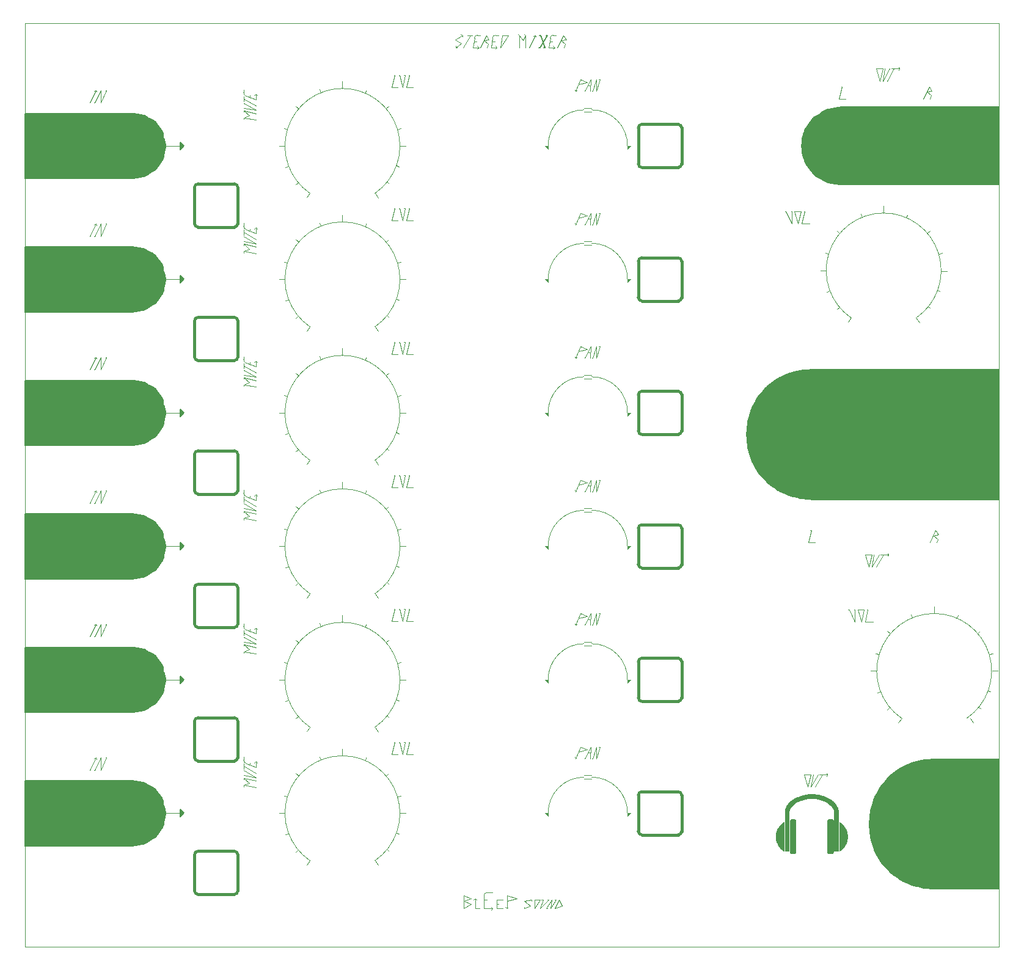
<source format=gto>
G04 #@! TF.GenerationSoftware,KiCad,Pcbnew,(6.0.0)*
G04 #@! TF.CreationDate,2022-04-30T23:11:35+02:00*
G04 #@! TF.ProjectId,Output-mixer,4f757470-7574-42d6-9d69-7865722e6b69,rev?*
G04 #@! TF.SameCoordinates,Original*
G04 #@! TF.FileFunction,Legend,Top*
G04 #@! TF.FilePolarity,Positive*
%FSLAX46Y46*%
G04 Gerber Fmt 4.6, Leading zero omitted, Abs format (unit mm)*
G04 Created by KiCad (PCBNEW (6.0.0)) date 2022-04-30 23:11:35*
%MOMM*%
%LPD*%
G01*
G04 APERTURE LIST*
%ADD10C,0.120000*%
%ADD11C,0.150000*%
%ADD12C,0.400000*%
%ADD13C,4.575000*%
%ADD14C,9.075000*%
%ADD15C,5.460165*%
%ADD16C,0.200000*%
G04 #@! TA.AperFunction,Profile*
%ADD17C,0.050000*%
G04 #@! TD*
%ADD18C,0.100000*%
%ADD19O,6.700000X4.200000*%
G04 APERTURE END LIST*
D10*
X89046447Y-155946447D02*
X89046447Y-157346447D01*
X90246447Y-157346447D02*
X91446447Y-157346447D01*
X87446447Y-157346447D02*
X88446447Y-156746447D01*
X88446447Y-156746447D02*
X87446447Y-156346447D01*
X89046447Y-157346447D02*
X89646447Y-157346447D01*
X90646447Y-155146447D02*
X91446447Y-155146447D01*
X92046447Y-157346447D02*
X92846447Y-157346447D01*
X93446447Y-155546447D02*
X94846447Y-155946447D01*
X90246447Y-155546447D02*
X90246447Y-157346447D01*
X90246447Y-156146447D02*
X90646447Y-156146447D01*
X92046447Y-156146447D02*
X92046447Y-157346447D01*
X93246447Y-157146447D02*
X93446447Y-157346447D01*
X92046447Y-156146447D02*
X92846447Y-156146447D01*
X93446447Y-157346447D02*
X93446447Y-157146447D01*
X93446447Y-155546447D02*
X93446447Y-157346447D01*
X94846447Y-155946447D02*
X93446447Y-156346447D01*
X92046447Y-156746447D02*
X92246447Y-156746447D01*
X87446447Y-156346447D02*
X88446447Y-155946447D01*
X93446447Y-157346447D02*
X93646447Y-157146447D01*
X87446447Y-155546447D02*
X87446447Y-157346447D01*
X88446447Y-155946447D02*
X87446447Y-155546447D01*
X100246447Y-156146447D02*
X100046447Y-156146447D01*
X95846447Y-157346447D02*
X95846447Y-157146447D01*
X97246447Y-156146447D02*
X97246447Y-157346447D01*
X98446447Y-156146447D02*
X98046447Y-157346447D01*
X98046447Y-157346447D02*
X99246447Y-156146447D01*
X100646447Y-156146447D02*
X100046447Y-157346447D01*
X100646447Y-156146447D02*
X101046447Y-156946447D01*
X96846447Y-156146447D02*
X96846447Y-156346447D01*
X89046447Y-155946447D02*
X88846447Y-156146447D01*
X89046447Y-155946447D02*
X89246447Y-156146447D01*
X99646447Y-156146447D02*
X99446447Y-157346447D01*
X90646447Y-155146447D02*
G75*
G03*
X90246447Y-155546447I-1J-399999D01*
G01*
X96646447Y-156946447D02*
X95846447Y-157346447D01*
X91446447Y-157346447D02*
X91246447Y-157146447D01*
X91446447Y-157346447D02*
X91246447Y-157546447D01*
X95846447Y-156346447D02*
X96646447Y-156946447D01*
X98046447Y-156146447D02*
X97246447Y-156146447D01*
X99446447Y-157346447D02*
X100246447Y-156146447D01*
X99646447Y-156146447D02*
X98846447Y-157346447D01*
X98446447Y-156146447D02*
X98246447Y-156146447D01*
X98846447Y-157346447D02*
X99046447Y-157346447D01*
X99246447Y-156146447D02*
X99046447Y-156146447D01*
X97246447Y-157346447D02*
X98046447Y-156146447D01*
X100046447Y-157346447D02*
X101046447Y-156946447D01*
X96846447Y-156146447D02*
X95846447Y-156346447D01*
X136746447Y-138796447D02*
X137446447Y-138796447D01*
X135146447Y-140496447D02*
X134646447Y-138796447D01*
X134646447Y-138796447D02*
X135546447Y-138796447D01*
X135846447Y-138796447D02*
X135546447Y-140496447D01*
X135546447Y-140496447D02*
X136546447Y-138796447D01*
X135546447Y-138796447D02*
X135146447Y-140496447D01*
X137146447Y-138796447D02*
X136146447Y-140496447D01*
X36446447Y-43946447D02*
X36246447Y-44046447D01*
X36346447Y-45646447D02*
X37146447Y-43946447D01*
X36346447Y-45646447D02*
X36246447Y-45646447D01*
X37146447Y-43946447D02*
X37146447Y-45646447D01*
X36446447Y-43946447D02*
X36546447Y-44146447D01*
X37146447Y-45646447D02*
X37946447Y-43946447D01*
X35646447Y-45646447D02*
X36446447Y-43946447D01*
X37946447Y-43946447D02*
X37846447Y-43946447D01*
X103646447Y-116446447D02*
X102946447Y-118046447D01*
D11*
X41646447Y-148646447D02*
X26646447Y-148646447D01*
X26646447Y-148646447D02*
X26646447Y-139646447D01*
X26646447Y-139646447D02*
X41646447Y-139646447D01*
X41646447Y-139646447D02*
X41646447Y-148646447D01*
G36*
X41646447Y-148646447D02*
G01*
X26646447Y-148646447D01*
X26646447Y-139646447D01*
X41646447Y-139646447D01*
X41646447Y-148646447D01*
G37*
X41646447Y-148646447D02*
X26646447Y-148646447D01*
X26646447Y-139646447D01*
X41646447Y-139646447D01*
X41646447Y-148646447D01*
D10*
X137846447Y-138796447D02*
X137746447Y-138996447D01*
D11*
X48646447Y-144146447D02*
X48146447Y-144646447D01*
X48146447Y-144646447D02*
X48146447Y-143646447D01*
X48146447Y-143646447D02*
X48646447Y-144146447D01*
G36*
X48646447Y-144146447D02*
G01*
X48146447Y-144646447D01*
X48146447Y-143646447D01*
X48646447Y-144146447D01*
G37*
X48646447Y-144146447D02*
X48146447Y-144646447D01*
X48146447Y-143646447D01*
X48646447Y-144146447D01*
D10*
X36346447Y-138146447D02*
X37146447Y-136446447D01*
X91846447Y-36296447D02*
G75*
G03*
X91446447Y-36696447I-1J-399999D01*
G01*
X58646447Y-65196447D02*
X56946447Y-64196447D01*
X66146447Y-76718530D02*
X65686447Y-77308530D01*
X102946447Y-44046447D02*
X102846447Y-43846447D01*
X88946447Y-37196447D02*
X89246447Y-37196447D01*
X104146447Y-64896447D02*
X105146447Y-64896447D01*
X105296447Y-81046447D02*
X105196447Y-81046447D01*
X58646447Y-99946447D02*
X58446447Y-100146447D01*
X110146447Y-126046447D02*
X110146447Y-125646447D01*
X110146447Y-125646447D02*
X110546447Y-125646447D01*
X110546447Y-125646447D02*
X110146447Y-126046447D01*
G36*
X110146447Y-126046447D02*
G01*
X110146447Y-125646447D01*
X110546447Y-125646447D01*
X110146447Y-126046447D01*
G37*
X110146447Y-126046447D02*
X110146447Y-125646447D01*
X110546447Y-125646447D01*
X110146447Y-126046447D01*
X56946447Y-66246447D02*
X56946447Y-66446447D01*
X57696447Y-102946447D02*
X56946447Y-103246447D01*
X105046447Y-42446447D02*
X104946447Y-44046447D01*
X58646447Y-81446447D02*
X58446447Y-81646447D01*
D12*
X55646447Y-99896447D02*
G75*
G03*
X56146447Y-99396447I-1J500001D01*
G01*
D10*
X64146447Y-57018530D02*
X64496447Y-56728530D01*
X37146447Y-80946447D02*
X37146447Y-82646447D01*
X104946447Y-43246447D02*
X104646447Y-43246447D01*
X77036447Y-120118530D02*
X76686447Y-120438530D01*
X78596447Y-60296447D02*
X78996447Y-61996447D01*
X160446447Y-127293530D02*
X160136447Y-127183530D01*
X143446447Y-115946447D02*
X143346447Y-115946447D01*
X56946447Y-84746447D02*
X56946447Y-84946447D01*
X61863342Y-88646447D02*
X62634954Y-88646447D01*
X78596447Y-134296447D02*
X78496447Y-134296447D01*
X137746447Y-71888530D02*
X138186447Y-71728530D01*
X58646447Y-63746447D02*
X58646447Y-63046447D01*
X79896447Y-134296447D02*
X79796447Y-134296447D01*
X105046447Y-60946447D02*
X104946447Y-62546447D01*
X58646447Y-137746447D02*
X58646447Y-137046447D01*
X78996447Y-98996447D02*
X79296447Y-97296447D01*
D12*
X111646447Y-49146447D02*
X111646447Y-54146447D01*
X112146447Y-122646447D02*
X117146447Y-122646447D01*
D10*
X110146447Y-125646447D02*
G75*
G03*
X105146447Y-120646447I-4936336J63664D01*
G01*
X58646447Y-46696447D02*
X56946447Y-45696447D01*
X78649148Y-144146447D02*
X79420760Y-144146447D01*
X64146447Y-131018530D02*
X64496447Y-130728530D01*
D12*
X50646447Y-112396447D02*
X55646447Y-112396447D01*
D10*
X78996447Y-117496447D02*
X79296447Y-115796447D01*
X78746447Y-141718530D02*
X78286447Y-141858530D01*
X105796447Y-79446447D02*
X105296447Y-81046447D01*
X57296447Y-81746447D02*
X58646447Y-82246447D01*
X62546447Y-86218530D02*
X63006447Y-86358530D01*
D12*
X117646447Y-49146447D02*
G75*
G03*
X117146447Y-48646447I-500001J-1D01*
G01*
D10*
X64146447Y-46118530D02*
X64556447Y-46468530D01*
X99446447Y-36696447D02*
X99246447Y-37996447D01*
X56946447Y-118246447D02*
G75*
G03*
X57296447Y-118746447I556447J17013D01*
G01*
X79496447Y-61996447D02*
X80396447Y-61996447D01*
X152076447Y-74128530D02*
X151836447Y-73928530D01*
X37146447Y-101146447D02*
X37946447Y-99446447D01*
X58646447Y-118446447D02*
X58846447Y-118646447D01*
D12*
X117146447Y-91646447D02*
G75*
G03*
X117646447Y-91146447I-1J500001D01*
G01*
D10*
X56946447Y-46746447D02*
X57696447Y-47446447D01*
D12*
X117646447Y-123146447D02*
G75*
G03*
X117146447Y-122646447I-500001J-1D01*
G01*
D10*
X103646447Y-97946447D02*
X104546447Y-98346447D01*
X77076447Y-75358530D02*
X76836447Y-75158530D01*
X75146447Y-76718530D02*
G75*
G03*
X66146447Y-76718530I-4500000J6572083D01*
G01*
X104946447Y-117246447D02*
X104646447Y-117246447D01*
D12*
X50646447Y-149396447D02*
G75*
G03*
X50146447Y-149896447I1J-500001D01*
G01*
D10*
X79496447Y-43496447D02*
X80396447Y-43496447D01*
X152846447Y-104946447D02*
X153246447Y-105546447D01*
X62546447Y-123218530D02*
X63006447Y-123358530D01*
D12*
X56146447Y-112896447D02*
X56146447Y-117896447D01*
D10*
X147796447Y-40946447D02*
X147696447Y-40746447D01*
D12*
X111646447Y-86146447D02*
X111646447Y-91146447D01*
D10*
X152846447Y-104946447D02*
X152046447Y-106646447D01*
X105046447Y-79446447D02*
X104946447Y-81046447D01*
D12*
X117146447Y-128646447D02*
G75*
G03*
X117646447Y-128146447I-1J500001D01*
G01*
X50146447Y-80896447D02*
G75*
G03*
X50646447Y-81396447I500001J1D01*
G01*
D10*
X56946447Y-65246447D02*
X57696447Y-65946447D01*
D12*
X112146447Y-104146447D02*
G75*
G03*
X111646447Y-104646447I1J-500001D01*
G01*
D10*
X48146447Y-88646447D02*
X45646447Y-88646447D01*
X160746447Y-121993530D02*
X160286447Y-122133530D01*
X79296447Y-60296447D02*
X79196447Y-60296447D01*
X78446447Y-54518530D02*
X78136447Y-54408530D01*
X134196447Y-60696447D02*
X133796447Y-62396447D01*
D12*
X50146447Y-62396447D02*
G75*
G03*
X50646447Y-62896447I500001J1D01*
G01*
D10*
X64146447Y-75518530D02*
X64496447Y-75228530D01*
X86346447Y-37996447D02*
X86346447Y-37796447D01*
X78596447Y-41796447D02*
X78496447Y-41796447D01*
X56946447Y-139246447D02*
X56946447Y-139446447D01*
X103146447Y-80946447D02*
X102946447Y-81046447D01*
X77036447Y-138618530D02*
X76686447Y-138938530D01*
X75146447Y-58218530D02*
X75596447Y-58828530D01*
D12*
X117646447Y-49146447D02*
X117646447Y-54146447D01*
D10*
X103646447Y-79446447D02*
X104546447Y-79846447D01*
D12*
X55646447Y-155396447D02*
X50646447Y-155396447D01*
D10*
X106296447Y-97946447D02*
X106196447Y-97946447D01*
X79296447Y-115796447D02*
X79196447Y-115796447D01*
X106296447Y-97946447D02*
X105796447Y-99546447D01*
D12*
X112146447Y-67146447D02*
X117146447Y-67146447D01*
D10*
X36346447Y-119646447D02*
X36246447Y-119646447D01*
X56946447Y-140246447D02*
X58646447Y-140546447D01*
X99246447Y-37996447D02*
X99946447Y-37996447D01*
X90946447Y-36896447D02*
X90246447Y-36996447D01*
X143996447Y-108296447D02*
X143596447Y-109996447D01*
D12*
X56146447Y-131396447D02*
X56146447Y-136396447D01*
D10*
X56946447Y-120746447D02*
X58646447Y-121146447D01*
D12*
X111646447Y-104646447D02*
X111646447Y-109646447D01*
D10*
X58646447Y-102196447D02*
X56946447Y-101196447D01*
X57696447Y-121446447D02*
X56946447Y-121746447D01*
D12*
X117646447Y-123146447D02*
X117646447Y-128146447D01*
D10*
X56946447Y-137996447D02*
X56946447Y-137296447D01*
X105796447Y-97946447D02*
X105296447Y-99546447D01*
D12*
X50646447Y-75396447D02*
G75*
G03*
X50146447Y-75896447I1J-500001D01*
G01*
D10*
X105296447Y-62546447D02*
X105196447Y-62546447D01*
X56946447Y-120746447D02*
X56946447Y-120946447D01*
X79896447Y-134296447D02*
X79496447Y-135996447D01*
X78446447Y-147018530D02*
X78136447Y-146908530D01*
X37146447Y-119646447D02*
X37946447Y-117946447D01*
X105796447Y-42446447D02*
X105296447Y-44046447D01*
D12*
X112146447Y-122646447D02*
G75*
G03*
X111646447Y-123146447I1J-500001D01*
G01*
X117646447Y-86146447D02*
X117646447Y-91146447D01*
D10*
X77496447Y-80496447D02*
X78296447Y-80496447D01*
D12*
X55646447Y-62896447D02*
G75*
G03*
X56146447Y-62396447I-1J500001D01*
G01*
D10*
X77076447Y-149358530D02*
X76836447Y-149158530D01*
X37946447Y-80946447D02*
X37846447Y-80946447D01*
X92546447Y-37996447D02*
X92796447Y-36296447D01*
X77076447Y-112358530D02*
X76836447Y-112158530D01*
X91246447Y-37996447D02*
X91946447Y-37996447D01*
D11*
X98046447Y-37996447D02*
X99046447Y-36296447D01*
D10*
X90546447Y-36296447D02*
X89746447Y-37996447D01*
D12*
X55646447Y-155396447D02*
G75*
G03*
X56146447Y-154896447I-1J500001D01*
G01*
D10*
X103646447Y-42446447D02*
X104546447Y-42846447D01*
X75146447Y-95218530D02*
X75596447Y-95828530D01*
X56946447Y-46746447D02*
X58646447Y-47146447D01*
X78996447Y-61996447D02*
X79296447Y-60296447D01*
X89346447Y-36296447D02*
X89746447Y-36296447D01*
D11*
X98146447Y-36296447D02*
X98746447Y-37996447D01*
D10*
X151946447Y-43446447D02*
X152346447Y-44046447D01*
X35646447Y-138146447D02*
X36446447Y-136446447D01*
X157146447Y-130993530D02*
G75*
G03*
X148146447Y-130993530I-4500000J6572083D01*
G01*
X58646447Y-118446447D02*
X58446447Y-118646447D01*
X105796447Y-116446447D02*
X105796447Y-118046447D01*
X56946447Y-102246447D02*
X57696447Y-102946447D01*
X110146447Y-70546447D02*
X110146447Y-70146447D01*
X110146447Y-70146447D02*
X110546447Y-70146447D01*
X110546447Y-70146447D02*
X110146447Y-70546447D01*
G36*
X110146447Y-70546447D02*
G01*
X110146447Y-70146447D01*
X110546447Y-70146447D01*
X110146447Y-70546447D01*
G37*
X110146447Y-70546447D02*
X110146447Y-70146447D01*
X110546447Y-70146447D01*
X110146447Y-70546447D01*
X145496447Y-40946447D02*
X145096447Y-42646447D01*
X35646447Y-101146447D02*
X36446447Y-99446447D01*
X56946447Y-46746447D02*
X56946447Y-46946447D01*
X86346447Y-37996447D02*
X86546447Y-37996447D01*
X75146447Y-150718530D02*
G75*
G03*
X66146447Y-150718530I-4500000J6572083D01*
G01*
X56946447Y-100996447D02*
X56946447Y-100296447D01*
X78649148Y-125646447D02*
X79420760Y-125646447D01*
X56946447Y-121746447D02*
X58646447Y-122046447D01*
X57846447Y-100446447D02*
X57846447Y-100146447D01*
X135596447Y-104946447D02*
X135196447Y-106646447D01*
X103646447Y-134946447D02*
X104546447Y-135346447D01*
D12*
X111646447Y-54146447D02*
G75*
G03*
X112146447Y-54646447I500001J1D01*
G01*
D10*
X104146447Y-120396447D02*
X105146447Y-120396447D01*
X143596447Y-109996447D02*
X143096447Y-108296447D01*
D11*
X41646447Y-111646447D02*
X26646447Y-111646447D01*
X26646447Y-111646447D02*
X26646447Y-102646447D01*
X26646447Y-102646447D02*
X41646447Y-102646447D01*
X41646447Y-102646447D02*
X41646447Y-111646447D01*
G36*
X41646447Y-111646447D02*
G01*
X26646447Y-111646447D01*
X26646447Y-102646447D01*
X41646447Y-102646447D01*
X41646447Y-111646447D01*
G37*
X41646447Y-111646447D02*
X26646447Y-111646447D01*
X26646447Y-102646447D01*
X41646447Y-102646447D01*
X41646447Y-111646447D01*
D10*
X106296447Y-42446447D02*
X105796447Y-44046447D01*
X58646447Y-99946447D02*
X58846447Y-100146447D01*
X67446447Y-80818530D02*
X67636447Y-81268530D01*
X70646447Y-80680141D02*
X70646447Y-79718530D01*
X36446447Y-99446447D02*
X36246447Y-99546447D01*
D13*
X43933947Y-107146447D02*
G75*
G03*
X43933947Y-107146447I-2287500J0D01*
G01*
D10*
X61863342Y-107146447D02*
X62634954Y-107146447D01*
X139846447Y-43446447D02*
X139446447Y-45146447D01*
X79496447Y-98996447D02*
X80396447Y-98996447D01*
X75146447Y-132218530D02*
G75*
G03*
X66146447Y-132218530I-4500000J6572083D01*
G01*
X75146447Y-113718530D02*
X75596447Y-114328530D01*
X62546447Y-104718530D02*
X63006447Y-104858530D01*
X110146447Y-107146447D02*
G75*
G03*
X105146447Y-102146447I-4936336J63664D01*
G01*
D12*
X111646447Y-146646447D02*
G75*
G03*
X112146447Y-147146447I500001J1D01*
G01*
D10*
X105046447Y-116446447D02*
X104246447Y-118046447D01*
D12*
X55646447Y-81396447D02*
G75*
G03*
X56146447Y-80896447I-1J500001D01*
G01*
D10*
X105296447Y-136546447D02*
X105196447Y-136546447D01*
X62746447Y-128618530D02*
X63186447Y-128458530D01*
X104146447Y-120646447D02*
G75*
G03*
X99146447Y-125646447I-31626J-4968374D01*
G01*
X90246447Y-36996447D02*
X90846447Y-37496447D01*
X37146447Y-64146447D02*
X37946447Y-62446447D01*
X35646447Y-82646447D02*
X36446447Y-80946447D01*
X78746447Y-123218530D02*
X78286447Y-123358530D01*
X110146447Y-70146447D02*
G75*
G03*
X105146447Y-65146447I-4936336J63664D01*
G01*
X104146447Y-46646447D02*
G75*
G03*
X99146447Y-51646447I-31626J-4968374D01*
G01*
X56946447Y-118246447D02*
X56946447Y-117846447D01*
X58646447Y-81446447D02*
X58846447Y-81646447D01*
D12*
X56146447Y-57396447D02*
G75*
G03*
X55646447Y-56896447I-500001J-1D01*
G01*
D10*
X142446447Y-61088530D02*
X142636447Y-61538530D01*
X106296447Y-42446447D02*
X106196447Y-42446447D01*
X77036447Y-64618530D02*
X76686447Y-64938530D01*
X103646447Y-79446447D02*
X102946447Y-81046447D01*
X145496447Y-42646447D02*
X146496447Y-40946447D01*
X62546447Y-49218530D02*
X63006447Y-49358530D01*
X61863342Y-70146447D02*
X62634954Y-70146447D01*
X100946447Y-36996447D02*
X101546447Y-37496447D01*
X104546447Y-135346447D02*
X103346447Y-135646447D01*
X101646447Y-36896447D02*
X100946447Y-36996447D01*
X140846447Y-115946447D02*
X141646447Y-117646447D01*
X88946447Y-36696447D02*
X88746447Y-37996447D01*
X151946447Y-43446447D02*
X151146447Y-45146447D01*
X57696447Y-47446447D02*
X56946447Y-47746447D01*
X37946447Y-99446447D02*
X37846447Y-99446447D01*
X104546447Y-42846447D02*
X103346447Y-43146447D01*
X105296447Y-118046447D02*
X105196447Y-118046447D01*
X75146447Y-113718530D02*
G75*
G03*
X66146447Y-113718530I-4500000J6572083D01*
G01*
X58646447Y-62946447D02*
X58446447Y-63146447D01*
X104146447Y-139396447D02*
X105146447Y-139396447D01*
X87246447Y-36296447D02*
X86246447Y-36896447D01*
X66146447Y-113718530D02*
X65686447Y-114308530D01*
X152246447Y-44646447D02*
X152046447Y-45146447D01*
D11*
X161646447Y-57031612D02*
X139646447Y-57031612D01*
X139646447Y-57031612D02*
X139646447Y-46261282D01*
X139646447Y-46261282D02*
X161646447Y-46261282D01*
X161646447Y-46261282D02*
X161646447Y-57031612D01*
G36*
X161646447Y-57031612D02*
G01*
X139646447Y-57031612D01*
X139646447Y-46261282D01*
X161646447Y-46261282D01*
X161646447Y-57031612D01*
G37*
X161646447Y-57031612D02*
X139646447Y-57031612D01*
X139646447Y-46261282D01*
X161646447Y-46261282D01*
X161646447Y-57031612D01*
D10*
X57296447Y-63246447D02*
X58646447Y-63746447D01*
D11*
X98746447Y-37996447D02*
X98546447Y-37996447D01*
D10*
X153649148Y-68988530D02*
X154420760Y-68988530D01*
X135596447Y-104946447D02*
X135496447Y-104946447D01*
X104146447Y-83896447D02*
X105146447Y-83896447D01*
X58646447Y-139196447D02*
X56946447Y-138196447D01*
X57846447Y-44946447D02*
X57846447Y-44646447D01*
X148146447Y-130993530D02*
X147686447Y-131583530D01*
X77076447Y-130858530D02*
X76836447Y-130658530D01*
X79296447Y-78796447D02*
X79196447Y-78796447D01*
X141146447Y-75488530D02*
X140686447Y-76078530D01*
X58646447Y-44446447D02*
X58446447Y-44646447D01*
X37146447Y-99446447D02*
X37146447Y-101146447D01*
X58646447Y-44446447D02*
X58846447Y-44646447D01*
X56946447Y-44246447D02*
X56946447Y-43846447D01*
X73946447Y-43918530D02*
X73786447Y-44298530D01*
X66146447Y-132218530D02*
X65686447Y-132808530D01*
X96046447Y-36296447D02*
X95646447Y-36996447D01*
X56946447Y-81246447D02*
X56946447Y-80846447D01*
X70646447Y-62180141D02*
X70646447Y-61218530D01*
X139446447Y-45146447D02*
X140346447Y-45146447D01*
D12*
X50146447Y-117896447D02*
G75*
G03*
X50646447Y-118396447I500001J1D01*
G01*
D10*
X79296447Y-134296447D02*
X79196447Y-134296447D01*
D11*
X41646447Y-130146447D02*
X26646447Y-130146447D01*
X26646447Y-130146447D02*
X26646447Y-121146447D01*
X26646447Y-121146447D02*
X41646447Y-121146447D01*
X41646447Y-121146447D02*
X41646447Y-130146447D01*
G36*
X41646447Y-130146447D02*
G01*
X26646447Y-130146447D01*
X26646447Y-121146447D01*
X41646447Y-121146447D01*
X41646447Y-130146447D01*
G37*
X41646447Y-130146447D02*
X26646447Y-130146447D01*
X26646447Y-121146447D01*
X41646447Y-121146447D01*
X41646447Y-130146447D01*
D10*
X64146447Y-101618530D02*
X64556447Y-101968530D01*
D12*
X111646447Y-109646447D02*
G75*
G03*
X112146447Y-110146447I500001J1D01*
G01*
D10*
X98746447Y-88646447D02*
X99146447Y-88646447D01*
X99146447Y-88646447D02*
X99146447Y-89046447D01*
X99146447Y-89046447D02*
X98746447Y-88646447D01*
G36*
X99146447Y-89046447D02*
G01*
X98746447Y-88646447D01*
X99146447Y-88646447D01*
X99146447Y-89046447D01*
G37*
X99146447Y-89046447D02*
X98746447Y-88646447D01*
X99146447Y-88646447D01*
X99146447Y-89046447D01*
X77496447Y-61996447D02*
X78296447Y-61996447D01*
D12*
X50146447Y-154896447D02*
G75*
G03*
X50646447Y-155396447I500001J1D01*
G01*
D10*
X73946447Y-117918530D02*
X73786447Y-118298530D01*
X36446447Y-80946447D02*
X36546447Y-81146447D01*
X61863342Y-125646447D02*
X62634954Y-125646447D01*
X77896447Y-134296447D02*
X77796447Y-134296447D01*
X56946447Y-101896447D02*
X58646447Y-102196447D01*
X78596447Y-78796447D02*
X78496447Y-78796447D01*
X70646447Y-136180141D02*
X70646447Y-135218530D01*
X64146447Y-138618530D02*
X64556447Y-138968530D01*
D12*
X117146447Y-147146447D02*
X112146447Y-147146447D01*
D10*
X36446447Y-136446447D02*
X36546447Y-136646447D01*
X66146447Y-95218530D02*
X65686447Y-95808530D01*
X105796447Y-134946447D02*
X105296447Y-136546447D01*
X91846447Y-36296447D02*
X92246447Y-36296447D01*
X78596447Y-78796447D02*
X78996447Y-80496447D01*
X79296447Y-97296447D02*
X79196447Y-97296447D01*
D12*
X50646447Y-93896447D02*
X55646447Y-93896447D01*
D10*
X105796447Y-134946447D02*
X105796447Y-136546447D01*
X104146447Y-102396447D02*
X105146447Y-102396447D01*
X105046447Y-42446447D02*
X104246447Y-44046447D01*
X149446447Y-116593530D02*
X149636447Y-117043530D01*
D12*
X117646447Y-141646447D02*
X117646447Y-146646447D01*
X111646447Y-128146447D02*
G75*
G03*
X112146447Y-128646447I500001J1D01*
G01*
D13*
X43933947Y-144146447D02*
G75*
G03*
X43933947Y-144146447I-2287500J0D01*
G01*
D10*
X106296447Y-60946447D02*
X106196447Y-60946447D01*
X56946447Y-63996447D02*
X56946447Y-63296447D01*
X105796447Y-60946447D02*
X105796447Y-62546447D01*
X143446447Y-115946447D02*
X143046447Y-117646447D01*
D11*
X48646447Y-51646447D02*
X48146447Y-52146447D01*
X48146447Y-52146447D02*
X48146447Y-51146447D01*
X48146447Y-51146447D02*
X48646447Y-51646447D01*
G36*
X48646447Y-51646447D02*
G01*
X48146447Y-52146447D01*
X48146447Y-51146447D01*
X48646447Y-51646447D01*
G37*
X48646447Y-51646447D02*
X48146447Y-52146447D01*
X48146447Y-51146447D01*
X48646447Y-51646447D01*
D10*
X103646447Y-42446447D02*
X102946447Y-44046447D01*
D11*
X41646447Y-74646447D02*
X26646447Y-74646447D01*
X26646447Y-74646447D02*
X26646447Y-65646447D01*
X26646447Y-65646447D02*
X41646447Y-65646447D01*
X41646447Y-65646447D02*
X41646447Y-74646447D01*
G36*
X41646447Y-74646447D02*
G01*
X26646447Y-74646447D01*
X26646447Y-65646447D01*
X41646447Y-65646447D01*
X41646447Y-74646447D01*
G37*
X41646447Y-74646447D02*
X26646447Y-74646447D01*
X26646447Y-65646447D01*
X41646447Y-65646447D01*
X41646447Y-74646447D01*
D10*
X77896447Y-97296447D02*
X77796447Y-97296447D01*
D12*
X117646447Y-141646447D02*
G75*
G03*
X117146447Y-141146447I-500001J-1D01*
G01*
D10*
X137846447Y-138796447D02*
X137746447Y-138596447D01*
X105046447Y-116446447D02*
X104946447Y-118046447D01*
D12*
X55646447Y-136896447D02*
G75*
G03*
X56146447Y-136396447I-1J500001D01*
G01*
D10*
X153146447Y-106146447D02*
X152946447Y-106646447D01*
X103646447Y-134946447D02*
X102946447Y-136546447D01*
X104946447Y-61746447D02*
X104646447Y-61746447D01*
X142546447Y-117646447D02*
X142046447Y-115946447D01*
X105046447Y-97946447D02*
X104946447Y-99546447D01*
X101246447Y-36296447D02*
X100446447Y-37996447D01*
X103146447Y-117946447D02*
X102946447Y-118046447D01*
X139846447Y-43446447D02*
X139746447Y-43446447D01*
X157646447Y-130993530D02*
X158096447Y-131603530D01*
X104146447Y-65396447D02*
X105146447Y-65396447D01*
X78746447Y-104718530D02*
X78286447Y-104858530D01*
X48146447Y-51646447D02*
X45646447Y-51646447D01*
X57696447Y-139946447D02*
X56946447Y-140246447D01*
X56946447Y-83746447D02*
X58646447Y-84146447D01*
X36446447Y-136446447D02*
X36246447Y-136546447D01*
X56946447Y-62746447D02*
G75*
G03*
X57296447Y-63246447I556447J17013D01*
G01*
D12*
X56146447Y-75896447D02*
X56146447Y-80896447D01*
D11*
X98146447Y-36296447D02*
X97946447Y-36296447D01*
D10*
X153246447Y-105546447D02*
X152546447Y-105646447D01*
X37146447Y-82646447D02*
X37946447Y-80946447D01*
X57696447Y-65946447D02*
X56946447Y-66246447D01*
X101546447Y-37496447D02*
X101346447Y-37996447D01*
D12*
X55646447Y-62896447D02*
X50646447Y-62896447D01*
D10*
X79896447Y-78796447D02*
X79496447Y-80496447D01*
X104146447Y-83396447D02*
X105146447Y-83396447D01*
X106296447Y-116446447D02*
X106196447Y-116446447D01*
X90846447Y-37496447D02*
X90646447Y-37996447D01*
X78596447Y-41796447D02*
X78996447Y-43496447D01*
X79896447Y-78796447D02*
X79796447Y-78796447D01*
X87246447Y-36296447D02*
X87046447Y-36196447D01*
D12*
X55646447Y-118396447D02*
X50646447Y-118396447D01*
D10*
X104146447Y-120896447D02*
X105146447Y-120896447D01*
X36346447Y-64146447D02*
X37146447Y-62446447D01*
D11*
X41646447Y-93146447D02*
X26646447Y-93146447D01*
X26646447Y-93146447D02*
X26646447Y-84146447D01*
X26646447Y-84146447D02*
X41646447Y-84146447D01*
X41646447Y-84146447D02*
X41646447Y-93146447D01*
G36*
X41646447Y-93146447D02*
G01*
X26646447Y-93146447D01*
X26646447Y-84146447D01*
X41646447Y-84146447D01*
X41646447Y-93146447D01*
G37*
X41646447Y-93146447D02*
X26646447Y-93146447D01*
X26646447Y-84146447D01*
X41646447Y-84146447D01*
X41646447Y-93146447D01*
D10*
X61863342Y-51646447D02*
X62634954Y-51646447D01*
X78746447Y-49218530D02*
X78286447Y-49358530D01*
D14*
X157183947Y-145646447D02*
G75*
G03*
X157183947Y-145646447I-4537500J0D01*
G01*
D10*
X143863342Y-124421447D02*
X144634954Y-124421447D01*
D12*
X55646447Y-136896447D02*
X50646447Y-136896447D01*
D10*
X100046447Y-37996447D02*
X99846447Y-37796447D01*
X102946447Y-81046447D02*
X102846447Y-80846447D01*
D12*
X55646447Y-81396447D02*
X50646447Y-81396447D01*
D10*
X104546447Y-61346447D02*
X103346447Y-61646447D01*
D12*
X50646447Y-149396447D02*
X55646447Y-149396447D01*
D10*
X153746447Y-66488530D02*
X153286447Y-66628530D01*
X105796447Y-42446447D02*
X105796447Y-44046447D01*
X139146447Y-63388530D02*
X139556447Y-63738530D01*
D11*
X41646447Y-56146447D02*
X26646447Y-56146447D01*
X26646447Y-56146447D02*
X26646447Y-47146447D01*
X26646447Y-47146447D02*
X41646447Y-47146447D01*
X41646447Y-47146447D02*
X41646447Y-56146447D01*
G36*
X41646447Y-56146447D02*
G01*
X26646447Y-56146447D01*
X26646447Y-47146447D01*
X41646447Y-47146447D01*
X41646447Y-56146447D01*
G37*
X41646447Y-56146447D02*
X26646447Y-56146447D01*
X26646447Y-47146447D01*
X41646447Y-47146447D01*
X41646447Y-56146447D01*
D10*
X56946447Y-102246447D02*
X58646447Y-102646447D01*
X75146447Y-76718530D02*
X75596447Y-77328530D01*
X58646447Y-83696447D02*
X56946447Y-82696447D01*
X75146447Y-58218530D02*
G75*
G03*
X66146447Y-58218530I-4500000J6572083D01*
G01*
D12*
X112146447Y-85646447D02*
G75*
G03*
X111646447Y-86146447I1J-500001D01*
G01*
D10*
X48146447Y-107146447D02*
X45646447Y-107146447D01*
X57296447Y-44746447D02*
X58646447Y-45246447D01*
X79896447Y-60296447D02*
X79496447Y-61996447D01*
X140846447Y-115946447D02*
X140746447Y-115946447D01*
X56946447Y-65246447D02*
X56946447Y-65446447D01*
X79896447Y-41796447D02*
X79496447Y-43496447D01*
X78996447Y-43496447D02*
X79296447Y-41796447D01*
X36446447Y-62446447D02*
X36546447Y-62646447D01*
D15*
X142376529Y-51646447D02*
G75*
G03*
X142376529Y-51646447I-2730082J0D01*
G01*
D10*
X98746447Y-51646447D02*
X99146447Y-51646447D01*
X99146447Y-51646447D02*
X99146447Y-52046447D01*
X99146447Y-52046447D02*
X98746447Y-51646447D01*
G36*
X99146447Y-52046447D02*
G01*
X98746447Y-51646447D01*
X99146447Y-51646447D01*
X99146447Y-52046447D01*
G37*
X99146447Y-52046447D02*
X98746447Y-51646447D01*
X99146447Y-51646447D01*
X99146447Y-52046447D01*
X66146447Y-58218530D02*
X65686447Y-58808530D01*
X78649148Y-107146447D02*
X79420760Y-107146447D01*
D13*
X43933947Y-70146447D02*
G75*
G03*
X43933947Y-70146447I-2287500J0D01*
G01*
D10*
X146296447Y-108296447D02*
X146196447Y-108496447D01*
X103146447Y-62446447D02*
X102946447Y-62546447D01*
D12*
X50646447Y-75396447D02*
X55646447Y-75396447D01*
D10*
X56946447Y-46396447D02*
X58646447Y-46696447D01*
X77496447Y-135996447D02*
X78296447Y-135996447D01*
X56946447Y-66246447D02*
X58646447Y-66546447D01*
X56946447Y-63596447D02*
X58646447Y-64596447D01*
X104546447Y-116846447D02*
X103346447Y-117146447D01*
X152646447Y-116455141D02*
X152646447Y-115493530D01*
X145896447Y-108296447D02*
X146296447Y-108296447D01*
X105796447Y-79446447D02*
X105796447Y-81046447D01*
X56946447Y-100596447D02*
X58646447Y-101596447D01*
X56946447Y-47746447D02*
X58646447Y-48046447D01*
X57296447Y-118746447D02*
X58646447Y-119246447D01*
X37146447Y-117946447D02*
X37146447Y-119646447D01*
X56946447Y-83746447D02*
X56946447Y-83946447D01*
X152546447Y-105646447D02*
X153146447Y-106146447D01*
X77896447Y-115796447D02*
X77796447Y-115796447D01*
D12*
X111646447Y-91146447D02*
G75*
G03*
X112146447Y-91646447I500001J1D01*
G01*
D10*
X56946447Y-44246447D02*
G75*
G03*
X57296447Y-44746447I556447J17013D01*
G01*
X77036447Y-83118530D02*
X76686447Y-83438530D01*
X77896447Y-97296447D02*
X77496447Y-98996447D01*
X78596447Y-60296447D02*
X78496447Y-60296447D01*
X91446447Y-36696447D02*
X91246447Y-37996447D01*
X35646447Y-64146447D02*
X36446447Y-62446447D01*
D12*
X56146447Y-112896447D02*
G75*
G03*
X55646447Y-112396447I-500001J-1D01*
G01*
D10*
X104946447Y-98746447D02*
X104646447Y-98746447D01*
X91446447Y-37196447D02*
X91746447Y-37196447D01*
X75146447Y-150718530D02*
X75596447Y-151328530D01*
X56946447Y-103246447D02*
X58646447Y-103546447D01*
D12*
X56146447Y-131396447D02*
G75*
G03*
X55646447Y-130896447I-500001J-1D01*
G01*
D10*
X89346447Y-36296447D02*
G75*
G03*
X88946447Y-36696447I-1J-399999D01*
G01*
D13*
X43933947Y-51646447D02*
G75*
G03*
X43933947Y-51646447I-2287500J0D01*
G01*
D10*
X103646447Y-60946447D02*
X104546447Y-61346447D01*
X57296447Y-100246447D02*
X58646447Y-100746447D01*
X57846447Y-118946447D02*
X57846447Y-118646447D01*
X57846447Y-81946447D02*
X57846447Y-81646447D01*
X57296447Y-137246447D02*
X58646447Y-137746447D01*
X139146447Y-74288530D02*
X139496447Y-73998530D01*
X36446447Y-117946447D02*
X36546447Y-118146447D01*
D12*
X50646447Y-130896447D02*
G75*
G03*
X50146447Y-131396447I1J-500001D01*
G01*
D10*
X104146447Y-102146447D02*
G75*
G03*
X99146447Y-107146447I-31626J-4968374D01*
G01*
X96546447Y-37996447D02*
X97346447Y-36296447D01*
X56946447Y-120746447D02*
X57696447Y-121446447D01*
D12*
X50646447Y-56896447D02*
X55646447Y-56896447D01*
D10*
X105796447Y-60946447D02*
X105296447Y-62546447D01*
X67446447Y-62318530D02*
X67636447Y-62768530D01*
D13*
X43933947Y-88646447D02*
G75*
G03*
X43933947Y-88646447I-2287500J0D01*
G01*
D12*
X50146447Y-112896447D02*
X50146447Y-117896447D01*
D10*
X77896447Y-115796447D02*
X77496447Y-117496447D01*
X93596447Y-36296447D02*
X92546447Y-37996447D01*
X37946447Y-117946447D02*
X37846447Y-117946447D01*
D11*
X48646447Y-107146447D02*
X48146447Y-107646447D01*
X48146447Y-107646447D02*
X48146447Y-106646447D01*
X48146447Y-106646447D02*
X48646447Y-107146447D01*
G36*
X48646447Y-107146447D02*
G01*
X48146447Y-107646447D01*
X48146447Y-106646447D01*
X48646447Y-107146447D01*
G37*
X48646447Y-107146447D02*
X48146447Y-107646447D01*
X48146447Y-106646447D01*
X48646447Y-107146447D01*
D10*
X56946447Y-99746447D02*
X56946447Y-99346447D01*
X110146447Y-144546447D02*
X110146447Y-144146447D01*
X110146447Y-144146447D02*
X110546447Y-144146447D01*
X110546447Y-144146447D02*
X110146447Y-144546447D01*
G36*
X110146447Y-144546447D02*
G01*
X110146447Y-144146447D01*
X110546447Y-144146447D01*
X110146447Y-144546447D01*
G37*
X110146447Y-144546447D02*
X110146447Y-144146447D01*
X110546447Y-144146447D01*
X110146447Y-144546447D01*
X56946447Y-139246447D02*
X57696447Y-139946447D01*
X78996447Y-80496447D02*
X79296447Y-78796447D01*
X62746447Y-147118530D02*
X63186447Y-146958530D01*
X98746447Y-144146447D02*
X99146447Y-144146447D01*
X99146447Y-144146447D02*
X99146447Y-144546447D01*
X99146447Y-144546447D02*
X98746447Y-144146447D01*
G36*
X99146447Y-144546447D02*
G01*
X98746447Y-144146447D01*
X99146447Y-144146447D01*
X99146447Y-144546447D01*
G37*
X99146447Y-144546447D02*
X98746447Y-144146447D01*
X99146447Y-144146447D01*
X99146447Y-144546447D01*
D12*
X117646447Y-104646447D02*
G75*
G03*
X117146447Y-104146447I-500001J-1D01*
G01*
D11*
X48646447Y-88646447D02*
X48146447Y-89146447D01*
X48146447Y-89146447D02*
X48146447Y-88146447D01*
X48146447Y-88146447D02*
X48646447Y-88646447D01*
G36*
X48646447Y-88646447D02*
G01*
X48146447Y-89146447D01*
X48146447Y-88146447D01*
X48646447Y-88646447D01*
G37*
X48646447Y-88646447D02*
X48146447Y-89146447D01*
X48146447Y-88146447D01*
X48646447Y-88646447D01*
D10*
X86246447Y-36896447D02*
X87146447Y-37396447D01*
X88346447Y-36296447D02*
X87346447Y-37996447D01*
X75146447Y-95218530D02*
G75*
G03*
X66146447Y-95218530I-4500000J6572083D01*
G01*
X98746447Y-70146447D02*
X99146447Y-70146447D01*
X99146447Y-70146447D02*
X99146447Y-70546447D01*
X99146447Y-70546447D02*
X98746447Y-70146447D01*
G36*
X99146447Y-70546447D02*
G01*
X98746447Y-70146447D01*
X99146447Y-70146447D01*
X99146447Y-70546447D01*
G37*
X99146447Y-70546447D02*
X98746447Y-70146447D01*
X99146447Y-70146447D01*
X99146447Y-70546447D01*
X159076447Y-129633530D02*
X158836447Y-129433530D01*
X110146447Y-51646447D02*
G75*
G03*
X105146447Y-46646447I-4936336J63664D01*
G01*
X143996447Y-109996447D02*
X144996447Y-108296447D01*
X89546447Y-37996447D02*
X89346447Y-38196447D01*
X104146447Y-138896447D02*
X105146447Y-138896447D01*
X144596447Y-40946447D02*
X145496447Y-40946447D01*
D12*
X117146447Y-91646447D02*
X112146447Y-91646447D01*
D10*
X95146447Y-36296447D02*
X94946447Y-36196447D01*
X77896447Y-60296447D02*
X77496447Y-61996447D01*
X106296447Y-116446447D02*
X105796447Y-118046447D01*
D12*
X112146447Y-48646447D02*
G75*
G03*
X111646447Y-49146447I1J-500001D01*
G01*
D10*
X104946447Y-135746447D02*
X104646447Y-135746447D01*
X142046447Y-115946447D02*
X142946447Y-115946447D01*
X102946447Y-136546447D02*
X102846447Y-136346447D01*
X99846447Y-36296447D02*
X100246447Y-36296447D01*
X145196447Y-108296447D02*
X145896447Y-108296447D01*
D12*
X111646447Y-72646447D02*
G75*
G03*
X112146447Y-73146447I500001J1D01*
G01*
D10*
X56946447Y-82096447D02*
X58646447Y-83096447D01*
X106296447Y-134946447D02*
X106196447Y-134946447D01*
D11*
X48646447Y-70146447D02*
X48146447Y-70646447D01*
X48146447Y-70646447D02*
X48146447Y-69646447D01*
X48146447Y-69646447D02*
X48646447Y-70146447D01*
G36*
X48646447Y-70146447D02*
G01*
X48146447Y-70646447D01*
X48146447Y-69646447D01*
X48646447Y-70146447D01*
G37*
X48646447Y-70146447D02*
X48146447Y-70646447D01*
X48146447Y-69646447D01*
X48646447Y-70146447D01*
D10*
X79496447Y-117496447D02*
X80396447Y-117496447D01*
X77496447Y-98996447D02*
X78296447Y-98996447D01*
X134696447Y-60696447D02*
X134596447Y-60696447D01*
X150146447Y-75488530D02*
G75*
G03*
X141146447Y-75488530I-4500000J6572083D01*
G01*
D12*
X117646447Y-104646447D02*
X117646447Y-109646447D01*
D10*
X58646447Y-119246447D02*
X58646447Y-118546447D01*
X56946447Y-45496447D02*
X56946447Y-44796447D01*
X36346447Y-101146447D02*
X36246447Y-101146447D01*
D12*
X111646447Y-123146447D02*
X111646447Y-128146447D01*
D10*
X141646447Y-117646447D02*
X141646447Y-115946447D01*
D12*
X50646447Y-112396447D02*
G75*
G03*
X50146447Y-112896447I1J-500001D01*
G01*
D10*
X48146447Y-70146447D02*
X45646447Y-70146447D01*
X147396447Y-40946447D02*
X147796447Y-40946447D01*
X36346447Y-82646447D02*
X36246447Y-82646447D01*
X104146447Y-46896447D02*
X105146447Y-46896447D01*
X145796447Y-40946447D02*
X145496447Y-42646447D01*
X88746447Y-37996447D02*
X89446447Y-37996447D01*
D12*
X56146447Y-57396447D02*
X56146447Y-62396447D01*
D10*
X36446447Y-80946447D02*
X36246447Y-81046447D01*
X73946447Y-80918530D02*
X73786447Y-81298530D01*
X64146447Y-120118530D02*
X64556447Y-120468530D01*
D12*
X50646447Y-56896447D02*
G75*
G03*
X50146447Y-57396447I1J-500001D01*
G01*
D10*
X77036447Y-46118530D02*
X76686447Y-46438530D01*
X92796447Y-36296447D02*
X93596447Y-36296447D01*
X62746447Y-73118530D02*
X63186447Y-72958530D01*
X104146447Y-65146447D02*
G75*
G03*
X99146447Y-70146447I-31626J-4968374D01*
G01*
X48146447Y-125646447D02*
X45646447Y-125646447D01*
D12*
X111646447Y-67646447D02*
X111646447Y-72646447D01*
D10*
X110146447Y-52046447D02*
X110146447Y-51646447D01*
X110146447Y-51646447D02*
X110546447Y-51646447D01*
X110546447Y-51646447D02*
X110146447Y-52046447D01*
G36*
X110146447Y-52046447D02*
G01*
X110146447Y-51646447D01*
X110546447Y-51646447D01*
X110146447Y-52046447D01*
G37*
X110146447Y-52046447D02*
X110146447Y-51646447D01*
X110546447Y-51646447D01*
X110146447Y-52046447D01*
D12*
X117646447Y-67646447D02*
G75*
G03*
X117146447Y-67146447I-500001J-1D01*
G01*
X50146447Y-99396447D02*
G75*
G03*
X50646447Y-99896447I500001J1D01*
G01*
D10*
X56946447Y-83746447D02*
X57696447Y-84446447D01*
X95646447Y-36996447D02*
X95146447Y-36296447D01*
X96046447Y-36296447D02*
X96046447Y-37996447D01*
X151646447Y-44146447D02*
X152246447Y-44646447D01*
X105296447Y-99546447D02*
X105196447Y-99546447D01*
X79496447Y-80496447D02*
X80396447Y-80496447D01*
X87246447Y-36296447D02*
X87246447Y-36496447D01*
X104146447Y-83646447D02*
G75*
G03*
X99146447Y-88646447I-31626J-4968374D01*
G01*
D12*
X112146447Y-85646447D02*
X117146447Y-85646447D01*
D10*
X58646447Y-62946447D02*
X58846447Y-63146447D01*
D12*
X117646447Y-86146447D02*
G75*
G03*
X117146447Y-85646447I-500001J-1D01*
G01*
D10*
X87946447Y-36296447D02*
X88646447Y-36296447D01*
D12*
X117146447Y-73146447D02*
X112146447Y-73146447D01*
D10*
X78746447Y-86218530D02*
X78286447Y-86358530D01*
D12*
X50646447Y-93896447D02*
G75*
G03*
X50146447Y-94396447I1J-500001D01*
G01*
D10*
X136863342Y-68916447D02*
X137634954Y-68916447D01*
X102946447Y-62546447D02*
X102846447Y-62346447D01*
X56946447Y-99746447D02*
G75*
G03*
X57296447Y-100246447I556447J17013D01*
G01*
X105046447Y-134946447D02*
X104246447Y-136546447D01*
D12*
X50146447Y-136396447D02*
G75*
G03*
X50646447Y-136896447I500001J1D01*
G01*
D10*
X78446447Y-73018530D02*
X78136447Y-72908530D01*
X145596447Y-108296447D02*
X144596447Y-109996447D01*
X57846447Y-63446447D02*
X57846447Y-63146447D01*
X105796447Y-97946447D02*
X105796447Y-99546447D01*
X98746447Y-125646447D02*
X99146447Y-125646447D01*
X99146447Y-125646447D02*
X99146447Y-126046447D01*
X99146447Y-126046447D02*
X98746447Y-125646447D01*
G36*
X99146447Y-126046447D02*
G01*
X98746447Y-125646447D01*
X99146447Y-125646447D01*
X99146447Y-126046447D01*
G37*
X99146447Y-126046447D02*
X98746447Y-125646447D01*
X99146447Y-125646447D01*
X99146447Y-126046447D01*
X77896447Y-78796447D02*
X77496447Y-80496447D01*
X56946447Y-136746447D02*
X56946447Y-136346447D01*
D12*
X56146447Y-94396447D02*
G75*
G03*
X55646447Y-93896447I-500001J-1D01*
G01*
D10*
X67446447Y-43818530D02*
X67636447Y-44268530D01*
D11*
X48646447Y-125646447D02*
X48146447Y-126146447D01*
X48146447Y-126146447D02*
X48146447Y-125146447D01*
X48146447Y-125146447D02*
X48646447Y-125646447D01*
G36*
X48646447Y-125646447D02*
G01*
X48146447Y-126146447D01*
X48146447Y-125146447D01*
X48646447Y-125646447D01*
G37*
X48646447Y-125646447D02*
X48146447Y-126146447D01*
X48146447Y-125146447D01*
X48646447Y-125646447D01*
D10*
X78746447Y-67718530D02*
X78286447Y-67858530D01*
X56946447Y-84746447D02*
X58646447Y-85046447D01*
X70646447Y-99180141D02*
X70646447Y-98218530D01*
X56946447Y-119096447D02*
X58646447Y-120096447D01*
X143046447Y-117646447D02*
X144146447Y-117646447D01*
D12*
X50146447Y-131396447D02*
X50146447Y-136396447D01*
D10*
X104946447Y-80246447D02*
X104646447Y-80246447D01*
X70646447Y-43680141D02*
X70646447Y-42718530D01*
X97346447Y-36296447D02*
X97446447Y-36496447D01*
X77496447Y-117496447D02*
X78296447Y-117496447D01*
X77896447Y-60296447D02*
X77796447Y-60296447D01*
X58646447Y-100746447D02*
X58646447Y-100046447D01*
X78649148Y-70146447D02*
X79420760Y-70146447D01*
X78596447Y-97296447D02*
X78496447Y-97296447D01*
D12*
X112146447Y-104146447D02*
X117146447Y-104146447D01*
D10*
X64146447Y-94018530D02*
X64496447Y-93728530D01*
X106296447Y-134946447D02*
X105796447Y-136546447D01*
X104146447Y-46396447D02*
X105146447Y-46396447D01*
X134696447Y-60696447D02*
X134296447Y-62396447D01*
X56946447Y-119496447D02*
X56946447Y-118796447D01*
X57696447Y-84446447D02*
X56946447Y-84746447D01*
X148946447Y-61188530D02*
X148786447Y-61568530D01*
X56946447Y-83396447D02*
X58646447Y-83696447D01*
X56946447Y-139246447D02*
X58646447Y-139646447D01*
X56946447Y-62746447D02*
X56946447Y-62346447D01*
X78446447Y-91518530D02*
X78136447Y-91408530D01*
X110146447Y-88646447D02*
G75*
G03*
X105146447Y-83646447I-4936336J63664D01*
G01*
X97346447Y-36296447D02*
X97146447Y-36396447D01*
X70646447Y-117680141D02*
X70646447Y-116718530D01*
D12*
X117146447Y-128646447D02*
X112146447Y-128646447D01*
D10*
X137446447Y-138796447D02*
X137846447Y-138796447D01*
X78596447Y-134296447D02*
X78996447Y-135996447D01*
D12*
X50646447Y-130896447D02*
X55646447Y-130896447D01*
D10*
X58646447Y-82246447D02*
X58646447Y-81546447D01*
X56946447Y-138896447D02*
X58646447Y-139196447D01*
X36446447Y-62446447D02*
X36246447Y-62546447D01*
X87146447Y-37396447D02*
X86346447Y-37996447D01*
X73946447Y-62418530D02*
X73786447Y-62798530D01*
X147796447Y-40946447D02*
X147696447Y-41146447D01*
X78596447Y-115796447D02*
X78496447Y-115796447D01*
X56946447Y-81246447D02*
G75*
G03*
X57296447Y-81746447I556447J17013D01*
G01*
X147096447Y-40946447D02*
X146096447Y-42646447D01*
X102946447Y-118046447D02*
X102846447Y-117846447D01*
D12*
X56146447Y-75896447D02*
G75*
G03*
X55646447Y-75396447I-500001J-1D01*
G01*
X112146447Y-67146447D02*
G75*
G03*
X111646447Y-67646447I1J-500001D01*
G01*
D10*
X77496447Y-43496447D02*
X78296447Y-43496447D01*
X64146447Y-64618530D02*
X64556447Y-64968530D01*
X78996447Y-135996447D02*
X79296447Y-134296447D01*
X56946447Y-103246447D02*
X56946447Y-103446447D01*
X110146447Y-144146447D02*
G75*
G03*
X105146447Y-139146447I-4936336J63664D01*
G01*
X36346447Y-64146447D02*
X36246447Y-64146447D01*
X105796447Y-116446447D02*
X105296447Y-118046447D01*
X56946447Y-65246447D02*
X58646447Y-65646447D01*
X75146447Y-132218530D02*
X75596447Y-132828530D01*
X132096447Y-60696447D02*
X131996447Y-60696447D01*
D12*
X50146447Y-75896447D02*
X50146447Y-80896447D01*
D10*
X105046447Y-134946447D02*
X104946447Y-136546447D01*
X56946447Y-102246447D02*
X56946447Y-102446447D01*
X145096447Y-42646447D02*
X144596447Y-40946447D01*
X92046447Y-37996447D02*
X91846447Y-38196447D01*
X103146447Y-43946447D02*
X102946447Y-44046447D01*
X92046447Y-37996447D02*
X91846447Y-37796447D01*
D12*
X55646447Y-99896447D02*
X50646447Y-99896447D01*
D10*
X61863342Y-144146447D02*
X62634954Y-144146447D01*
X160649148Y-124421447D02*
X161420760Y-124421447D01*
X79896447Y-60296447D02*
X79796447Y-60296447D01*
X62746447Y-91618530D02*
X63186447Y-91458530D01*
D12*
X50146447Y-94396447D02*
X50146447Y-99396447D01*
X55646447Y-118396447D02*
G75*
G03*
X56146447Y-117896447I-1J500001D01*
G01*
D10*
X99846447Y-36296447D02*
G75*
G03*
X99446447Y-36696447I-1J-399999D01*
G01*
X37946447Y-62446447D02*
X37846447Y-62446447D01*
X103646447Y-97946447D02*
X102946447Y-99546447D01*
D12*
X112146447Y-48646447D02*
X117146447Y-48646447D01*
D10*
X62746447Y-110118530D02*
X63186447Y-109958530D01*
X79296447Y-41796447D02*
X79196447Y-41796447D01*
X62546447Y-67718530D02*
X63006447Y-67858530D01*
X104146447Y-139146447D02*
G75*
G03*
X99146447Y-144146447I-31626J-4968374D01*
G01*
X56946447Y-121746447D02*
X56946447Y-121946447D01*
D12*
X112146447Y-141146447D02*
X117146447Y-141146447D01*
D10*
X141646447Y-115946447D02*
X141546447Y-115946447D01*
X77036447Y-101618530D02*
X76686447Y-101938530D01*
X144296447Y-108296447D02*
X143996447Y-109996447D01*
X77076447Y-56858530D02*
X76836447Y-56658530D01*
X106296447Y-79446447D02*
X106196447Y-79446447D01*
X146146447Y-129793530D02*
X146496447Y-129503530D01*
X36346447Y-138146447D02*
X36246447Y-138146447D01*
X73946447Y-136418530D02*
X73786447Y-136798530D01*
X79896447Y-97296447D02*
X79496447Y-98996447D01*
X56946447Y-82496447D02*
X56946447Y-81796447D01*
D12*
X56146447Y-94396447D02*
X56146447Y-99396447D01*
D10*
X36346447Y-82646447D02*
X37146447Y-80946447D01*
X106296447Y-60946447D02*
X105796447Y-62546447D01*
X132896447Y-60696447D02*
X132796447Y-60696447D01*
X56946447Y-47746447D02*
X56946447Y-47946447D01*
X56946447Y-64896447D02*
X58646447Y-65196447D01*
X78446447Y-128518530D02*
X78136447Y-128408530D01*
X144746447Y-127393530D02*
X145186447Y-127233530D01*
X106296447Y-79446447D02*
X105796447Y-81046447D01*
X105046447Y-60946447D02*
X104246447Y-62546447D01*
X77896447Y-41796447D02*
X77796447Y-41796447D01*
X152036447Y-63388530D02*
X151686447Y-63708530D01*
X96046447Y-36296447D02*
X95846447Y-36196447D01*
X152346447Y-44046447D02*
X151646447Y-44146447D01*
X73946447Y-99418530D02*
X73786447Y-99798530D01*
X79896447Y-115796447D02*
X79496447Y-117496447D01*
X77896447Y-78796447D02*
X77796447Y-78796447D01*
X103646447Y-116446447D02*
X104546447Y-116846447D01*
X57846447Y-137446447D02*
X57846447Y-137146447D01*
X133296447Y-60696447D02*
X134196447Y-60696447D01*
D12*
X56146447Y-149896447D02*
G75*
G03*
X55646447Y-149396447I-500001J-1D01*
G01*
D10*
X105046447Y-97946447D02*
X104246447Y-99546447D01*
X37146447Y-62446447D02*
X37146447Y-64146447D01*
X79896447Y-97296447D02*
X79796447Y-97296447D01*
D12*
X111646447Y-141646447D02*
X111646447Y-146646447D01*
X50146447Y-149896447D02*
X50146447Y-154896447D01*
D10*
X37146447Y-136446447D02*
X37146447Y-138146447D01*
X100046447Y-37996447D02*
X99846447Y-38196447D01*
D12*
X117146447Y-54646447D02*
G75*
G03*
X117646447Y-54146447I-1J500001D01*
G01*
D10*
X36446447Y-117946447D02*
X36246447Y-118046447D01*
X67446447Y-99318530D02*
X67636447Y-99768530D01*
X98746447Y-107146447D02*
X99146447Y-107146447D01*
X99146447Y-107146447D02*
X99146447Y-107546447D01*
X99146447Y-107546447D02*
X98746447Y-107146447D01*
G36*
X99146447Y-107546447D02*
G01*
X98746447Y-107146447D01*
X99146447Y-107146447D01*
X99146447Y-107546447D01*
G37*
X99146447Y-107546447D02*
X98746447Y-107146447D01*
X99146447Y-107146447D01*
X99146447Y-107546447D01*
X155946447Y-116693530D02*
X155786447Y-117073530D01*
X56946447Y-137596447D02*
X58646447Y-138596447D01*
X48146447Y-144146447D02*
X45646447Y-144146447D01*
X64146447Y-83118530D02*
X64556447Y-83468530D01*
D12*
X117146447Y-110146447D02*
G75*
G03*
X117646447Y-109646447I-1J500001D01*
G01*
D10*
X103146447Y-99446447D02*
X102946447Y-99546447D01*
D13*
X43933947Y-125646447D02*
G75*
G03*
X43933947Y-125646447I-2287500J0D01*
G01*
D10*
X102946447Y-99546447D02*
X102846447Y-99346447D01*
X36346447Y-101146447D02*
X37146447Y-99446447D01*
X78446447Y-110018530D02*
X78136447Y-109908530D01*
D12*
X56146447Y-149896447D02*
X56146447Y-154896447D01*
D10*
X132896447Y-62396447D02*
X132896447Y-60696447D01*
X104146447Y-101896447D02*
X105146447Y-101896447D01*
X35646447Y-119646447D02*
X36446447Y-117946447D01*
X110146447Y-89046447D02*
X110146447Y-88646447D01*
X110146447Y-88646447D02*
X110546447Y-88646447D01*
X110546447Y-88646447D02*
X110146447Y-89046447D01*
G36*
X110146447Y-89046447D02*
G01*
X110146447Y-88646447D01*
X110546447Y-88646447D01*
X110146447Y-89046447D01*
G37*
X110146447Y-89046447D02*
X110146447Y-88646447D01*
X110546447Y-88646447D01*
X110146447Y-89046447D01*
X36446447Y-99446447D02*
X36546447Y-99646447D01*
X144546447Y-121993530D02*
X145006447Y-122133530D01*
X150146447Y-75488530D02*
X150596447Y-76098530D01*
D12*
X117146447Y-73146447D02*
G75*
G03*
X117646447Y-72646447I-1J500001D01*
G01*
D10*
X105046447Y-79446447D02*
X104246447Y-81046447D01*
X66146447Y-150718530D02*
X65686447Y-151308530D01*
X90546447Y-36296447D02*
X90946447Y-36896447D01*
X79896447Y-115796447D02*
X79796447Y-115796447D01*
X142946447Y-115946447D02*
X142546447Y-117646447D01*
X103646447Y-60946447D02*
X102946447Y-62546447D01*
X56946447Y-120396447D02*
X58646447Y-120696447D01*
D11*
X99046447Y-36296447D02*
X98846447Y-36296447D01*
D10*
X134296447Y-62396447D02*
X135396447Y-62396447D01*
X37146447Y-138146447D02*
X37946447Y-136446447D01*
X56946447Y-136746447D02*
G75*
G03*
X57296447Y-137246447I556447J17013D01*
G01*
X67446447Y-136318530D02*
X67636447Y-136768530D01*
X137546447Y-66488530D02*
X138006447Y-66628530D01*
X89546447Y-37996447D02*
X89346447Y-37796447D01*
D12*
X50146447Y-57396447D02*
X50146447Y-62396447D01*
D11*
X98046447Y-37996447D02*
X97846447Y-37996447D01*
D10*
X159036447Y-118893530D02*
X158686447Y-119213530D01*
D11*
X161646447Y-100646447D02*
X135646447Y-100646447D01*
X135646447Y-100646447D02*
X135646447Y-82646447D01*
X135646447Y-82646447D02*
X161646447Y-82646447D01*
X161646447Y-82646447D02*
X161646447Y-100646447D01*
G36*
X161646447Y-100646447D02*
G01*
X135646447Y-100646447D01*
X135646447Y-82646447D01*
X161646447Y-82646447D01*
X161646447Y-100646447D01*
G37*
X161646447Y-100646447D02*
X135646447Y-100646447D01*
X135646447Y-82646447D01*
X161646447Y-82646447D01*
X161646447Y-100646447D01*
D10*
X146146447Y-118893530D02*
X146556447Y-119243530D01*
X78649148Y-51646447D02*
X79420760Y-51646447D01*
X36346447Y-119646447D02*
X37146447Y-117946447D01*
X146696447Y-40946447D02*
X147396447Y-40946447D01*
D14*
X140183947Y-91646447D02*
G75*
G03*
X140183947Y-91646447I-4537500J0D01*
G01*
D10*
X58646447Y-45246447D02*
X58646447Y-44546447D01*
D12*
X117646447Y-67646447D02*
X117646447Y-72646447D01*
D10*
X64146447Y-112518530D02*
X64496447Y-112228530D01*
X62546447Y-141718530D02*
X63006447Y-141858530D01*
D12*
X117146447Y-54646447D02*
X112146447Y-54646447D01*
D10*
X133796447Y-62396447D02*
X133296447Y-60696447D01*
X77076447Y-93858530D02*
X76836447Y-93658530D01*
X103146447Y-136446447D02*
X102946447Y-136546447D01*
X110146447Y-107546447D02*
X110146447Y-107146447D01*
X110146447Y-107146447D02*
X110546447Y-107146447D01*
X110546447Y-107146447D02*
X110146447Y-107546447D01*
G36*
X110146447Y-107546447D02*
G01*
X110146447Y-107146447D01*
X110546447Y-107146447D01*
X110146447Y-107546447D01*
G37*
X110146447Y-107546447D02*
X110146447Y-107146447D01*
X110546447Y-107146447D01*
X110146447Y-107546447D01*
X56946447Y-140246447D02*
X56946447Y-140446447D01*
X58646447Y-136946447D02*
X58846447Y-137146447D01*
X37946447Y-136446447D02*
X37846447Y-136446447D01*
X78596447Y-97296447D02*
X78996447Y-98996447D01*
X153446447Y-71788530D02*
X153136447Y-71678530D01*
D12*
X117146447Y-110146447D02*
X112146447Y-110146447D01*
D10*
X105296447Y-44046447D02*
X105196447Y-44046447D01*
X79496447Y-135996447D02*
X80396447Y-135996447D01*
X58646447Y-120696447D02*
X56946447Y-119696447D01*
X143096447Y-108296447D02*
X143996447Y-108296447D01*
X132096447Y-60696447D02*
X132896447Y-62396447D01*
X64146447Y-149518530D02*
X64496447Y-149228530D01*
X145646447Y-60950141D02*
X145646447Y-59988530D01*
X104546447Y-79846447D02*
X103346447Y-80146447D01*
X58646447Y-136946447D02*
X58446447Y-137146447D01*
X135196447Y-106646447D02*
X136096447Y-106646447D01*
D12*
X117146447Y-147146447D02*
G75*
G03*
X117646447Y-146646447I-1J500001D01*
G01*
D16*
X161646447Y-154646447D02*
X152646447Y-154646447D01*
X152646447Y-154646447D02*
X152646447Y-136646447D01*
X152646447Y-136646447D02*
X161646447Y-136646447D01*
X161646447Y-136646447D02*
X161646447Y-154646447D01*
G36*
X161646447Y-154646447D02*
G01*
X152646447Y-154646447D01*
X152646447Y-136646447D01*
X161646447Y-136646447D01*
X161646447Y-154646447D01*
G37*
X161646447Y-154646447D02*
X152646447Y-154646447D01*
X152646447Y-136646447D01*
X161646447Y-136646447D01*
X161646447Y-154646447D01*
D10*
X77896447Y-41796447D02*
X77496447Y-43496447D01*
X56946447Y-45096447D02*
X58646447Y-46096447D01*
X95146447Y-36296447D02*
X95146447Y-37996447D01*
X79896447Y-41796447D02*
X79796447Y-41796447D01*
X77896447Y-134296447D02*
X77496447Y-135996447D01*
X67446447Y-117818530D02*
X67636447Y-118268530D01*
X78596447Y-115796447D02*
X78996447Y-117496447D01*
X62746447Y-54618530D02*
X63186447Y-54458530D01*
X78649148Y-88646447D02*
X79420760Y-88646447D01*
X101246447Y-36296447D02*
X101646447Y-36896447D01*
X99446447Y-37196447D02*
X99746447Y-37196447D01*
X104546447Y-98346447D02*
X103346447Y-98646447D01*
D12*
X112146447Y-141146447D02*
G75*
G03*
X111646447Y-141646447I1J-500001D01*
G01*
D10*
X146296447Y-108296447D02*
X146196447Y-108096447D01*
D17*
X26646447Y-34646447D02*
X26646447Y-162646447D01*
X26646447Y-34646447D02*
X161646447Y-34646447D01*
X161646447Y-34646447D02*
X161646447Y-162646447D01*
X161646447Y-162646447D02*
X26646447Y-162646447D01*
G36*
X131886299Y-145333905D02*
G01*
X131886420Y-145346112D01*
X131886539Y-145366151D01*
X131886655Y-145393771D01*
X131886768Y-145428721D01*
X131886879Y-145470749D01*
X131886986Y-145519606D01*
X131887090Y-145575040D01*
X131887190Y-145636801D01*
X131887287Y-145704638D01*
X131887379Y-145778299D01*
X131887467Y-145857534D01*
X131887551Y-145942092D01*
X131887630Y-146031722D01*
X131887703Y-146126174D01*
X131887772Y-146225196D01*
X131887834Y-146328538D01*
X131887891Y-146435948D01*
X131887943Y-146547177D01*
X131887988Y-146661972D01*
X131888026Y-146780084D01*
X131888058Y-146901261D01*
X131888083Y-147025253D01*
X131888100Y-147151808D01*
X131888110Y-147280676D01*
X131888113Y-147390197D01*
X131888107Y-147520809D01*
X131888088Y-147649318D01*
X131888058Y-147775474D01*
X131888016Y-147899025D01*
X131887963Y-148019720D01*
X131887899Y-148137310D01*
X131887825Y-148251543D01*
X131887741Y-148362168D01*
X131887648Y-148468934D01*
X131887545Y-148571590D01*
X131887433Y-148669886D01*
X131887313Y-148763571D01*
X131887184Y-148852394D01*
X131887049Y-148936103D01*
X131886905Y-149014449D01*
X131886755Y-149087180D01*
X131886598Y-149154046D01*
X131886435Y-149214795D01*
X131886267Y-149269177D01*
X131886093Y-149316941D01*
X131885914Y-149357836D01*
X131885730Y-149391611D01*
X131885542Y-149418015D01*
X131885350Y-149436798D01*
X131885154Y-149447708D01*
X131884988Y-149450606D01*
X131880298Y-149448580D01*
X131870191Y-149443132D01*
X131856357Y-149435194D01*
X131846447Y-149429310D01*
X131730592Y-149354859D01*
X131619454Y-149273735D01*
X131513305Y-149186296D01*
X131412419Y-149092895D01*
X131317069Y-148993888D01*
X131227528Y-148889631D01*
X131144070Y-148780477D01*
X131066967Y-148666782D01*
X130996495Y-148548901D01*
X130932925Y-148427190D01*
X130876531Y-148302003D01*
X130827586Y-148173695D01*
X130790688Y-148057773D01*
X130755971Y-147922799D01*
X130729174Y-147785686D01*
X130710333Y-147647009D01*
X130699488Y-147507341D01*
X130696678Y-147367256D01*
X130701942Y-147227329D01*
X130715318Y-147088133D01*
X130721849Y-147040197D01*
X130745872Y-146904997D01*
X130777983Y-146771121D01*
X130817978Y-146639057D01*
X130865656Y-146509292D01*
X130920812Y-146382314D01*
X130983243Y-146258609D01*
X131052746Y-146138665D01*
X131129119Y-146022970D01*
X131168526Y-145968596D01*
X131199404Y-145927958D01*
X131228948Y-145890689D01*
X131258469Y-145855293D01*
X131289280Y-145820275D01*
X131322691Y-145784138D01*
X131360013Y-145745387D01*
X131396233Y-145708834D01*
X131454422Y-145651956D01*
X131509567Y-145600793D01*
X131563181Y-145554087D01*
X131616779Y-145510576D01*
X131671876Y-145469002D01*
X131729988Y-145428106D01*
X131750613Y-145414191D01*
X131772056Y-145400024D01*
X131794517Y-145385458D01*
X131816846Y-145371209D01*
X131837893Y-145357994D01*
X131856507Y-145346527D01*
X131871538Y-145337527D01*
X131881837Y-145331708D01*
X131886176Y-145329780D01*
X131886299Y-145333905D01*
G37*
G36*
X139511506Y-145331947D02*
G01*
X139522111Y-145337971D01*
X139537383Y-145347134D01*
X139556170Y-145358722D01*
X139577323Y-145372017D01*
X139599691Y-145386304D01*
X139622125Y-145400867D01*
X139642280Y-145414191D01*
X139701755Y-145455143D01*
X139757704Y-145496347D01*
X139811640Y-145539060D01*
X139865079Y-145584544D01*
X139919535Y-145634057D01*
X139976524Y-145688859D01*
X139996660Y-145708834D01*
X140038394Y-145751029D01*
X140075089Y-145789324D01*
X140108056Y-145825215D01*
X140138607Y-145860196D01*
X140168053Y-145895764D01*
X140197705Y-145933415D01*
X140224367Y-145968596D01*
X140305019Y-146083457D01*
X140378349Y-146202119D01*
X140444282Y-146324273D01*
X140502743Y-146449605D01*
X140553657Y-146577806D01*
X140596949Y-146708562D01*
X140632544Y-146841563D01*
X140660367Y-146976497D01*
X140680343Y-147113053D01*
X140692398Y-147250919D01*
X140696456Y-147389784D01*
X140692442Y-147529335D01*
X140680282Y-147669263D01*
X140662951Y-147791455D01*
X140635805Y-147928302D01*
X140600663Y-148062930D01*
X140557631Y-148195085D01*
X140506813Y-148324513D01*
X140448312Y-148450956D01*
X140382232Y-148574162D01*
X140308679Y-148693874D01*
X140273231Y-148746447D01*
X140189708Y-148859611D01*
X140099821Y-148967465D01*
X140003825Y-149069760D01*
X139901980Y-149166244D01*
X139794542Y-149256665D01*
X139681770Y-149340773D01*
X139621447Y-149381707D01*
X139595964Y-149398253D01*
X139571856Y-149413560D01*
X139550139Y-149427012D01*
X139531828Y-149437995D01*
X139517940Y-149445894D01*
X139509490Y-149450093D01*
X139507662Y-149450614D01*
X139507480Y-149446489D01*
X139507300Y-149434281D01*
X139507123Y-149414242D01*
X139506951Y-149386623D01*
X139506782Y-149351673D01*
X139506617Y-149309644D01*
X139506457Y-149260787D01*
X139506303Y-149205353D01*
X139506153Y-149143593D01*
X139506010Y-149075756D01*
X139505872Y-149002095D01*
X139505741Y-148922860D01*
X139505617Y-148838302D01*
X139505500Y-148748672D01*
X139505390Y-148654220D01*
X139505288Y-148555198D01*
X139505195Y-148451856D01*
X139505110Y-148344445D01*
X139505034Y-148233217D01*
X139504967Y-148118421D01*
X139504910Y-148000310D01*
X139504862Y-147879132D01*
X139504825Y-147755141D01*
X139504799Y-147628585D01*
X139504784Y-147499717D01*
X139504780Y-147390197D01*
X139504784Y-147259585D01*
X139504795Y-147131076D01*
X139504814Y-147004920D01*
X139504840Y-146881369D01*
X139504873Y-146760673D01*
X139504912Y-146643083D01*
X139504958Y-146528850D01*
X139505010Y-146418225D01*
X139505068Y-146311458D01*
X139505132Y-146208802D01*
X139505201Y-146110505D01*
X139505276Y-146016820D01*
X139505355Y-145927997D01*
X139505440Y-145844287D01*
X139505528Y-145765941D01*
X139505622Y-145693209D01*
X139505719Y-145626343D01*
X139505820Y-145565594D01*
X139505924Y-145511211D01*
X139506032Y-145463447D01*
X139506143Y-145422552D01*
X139506257Y-145388777D01*
X139506374Y-145362372D01*
X139506493Y-145343589D01*
X139506614Y-145332678D01*
X139506717Y-145329780D01*
X139511506Y-145331947D01*
G37*
G36*
X135942277Y-141496412D02*
G01*
X136134505Y-141511193D01*
X136326964Y-141534281D01*
X136519755Y-141565674D01*
X136712979Y-141605372D01*
X136906738Y-141653376D01*
X136992280Y-141677155D01*
X137154166Y-141726348D01*
X137315712Y-141780905D01*
X137477729Y-141841151D01*
X137641031Y-141907411D01*
X137806430Y-141980008D01*
X137974738Y-142059267D01*
X138079780Y-142111328D01*
X138151471Y-142147982D01*
X138216424Y-142182268D01*
X138275665Y-142214837D01*
X138330222Y-142246341D01*
X138381122Y-142277432D01*
X138429393Y-142308763D01*
X138476063Y-142340984D01*
X138522159Y-142374748D01*
X138568709Y-142410707D01*
X138616739Y-142449513D01*
X138629780Y-142460302D01*
X138655679Y-142482650D01*
X138685861Y-142510079D01*
X138719153Y-142541414D01*
X138754381Y-142575481D01*
X138790372Y-142611105D01*
X138825954Y-142647113D01*
X138859952Y-142682330D01*
X138891193Y-142715582D01*
X138918505Y-142745695D01*
X138940674Y-142771447D01*
X139022460Y-142874610D01*
X139096394Y-142977368D01*
X139162887Y-143080397D01*
X139222348Y-143184369D01*
X139275188Y-143289958D01*
X139320427Y-143394364D01*
X139357158Y-143493120D01*
X139387462Y-143591042D01*
X139411977Y-143690521D01*
X139431343Y-143793950D01*
X139436774Y-143829780D01*
X139437263Y-143833451D01*
X139437731Y-143837600D01*
X139438178Y-143842416D01*
X139438605Y-143848089D01*
X139439012Y-143854806D01*
X139439399Y-143862759D01*
X139439768Y-143872134D01*
X139440118Y-143883122D01*
X139440451Y-143895911D01*
X139440767Y-143910691D01*
X139441067Y-143927650D01*
X139441351Y-143946978D01*
X139441619Y-143968863D01*
X139441873Y-143993495D01*
X139442112Y-144021063D01*
X139442338Y-144051755D01*
X139442551Y-144085760D01*
X139442752Y-144123268D01*
X139442941Y-144164468D01*
X139443118Y-144209549D01*
X139443285Y-144258699D01*
X139443442Y-144312109D01*
X139443589Y-144369966D01*
X139443727Y-144432459D01*
X139443857Y-144499779D01*
X139443979Y-144572113D01*
X139444094Y-144649652D01*
X139444202Y-144732583D01*
X139444303Y-144821096D01*
X139444400Y-144915380D01*
X139444491Y-145015624D01*
X139444578Y-145122018D01*
X139444661Y-145234749D01*
X139444741Y-145354007D01*
X139444818Y-145479982D01*
X139444893Y-145612861D01*
X139444967Y-145752835D01*
X139445040Y-145900092D01*
X139445112Y-146054821D01*
X139445184Y-146217211D01*
X139445257Y-146387452D01*
X139445332Y-146565732D01*
X139445374Y-146668322D01*
X139446514Y-149454780D01*
X138792280Y-149454780D01*
X138792244Y-146724572D01*
X138792235Y-146528236D01*
X138792214Y-146338532D01*
X138792180Y-146155528D01*
X138792134Y-145979290D01*
X138792076Y-145809885D01*
X138792006Y-145647381D01*
X138791924Y-145491845D01*
X138791829Y-145343343D01*
X138791724Y-145201944D01*
X138791606Y-145067713D01*
X138791477Y-144940719D01*
X138791336Y-144821028D01*
X138791184Y-144708707D01*
X138791021Y-144603824D01*
X138790846Y-144506445D01*
X138790661Y-144416639D01*
X138790464Y-144334471D01*
X138790257Y-144260010D01*
X138790039Y-144193321D01*
X138789810Y-144134473D01*
X138789570Y-144083532D01*
X138789320Y-144040566D01*
X138789060Y-144005642D01*
X138788790Y-143978826D01*
X138788509Y-143960186D01*
X138788218Y-143949789D01*
X138788115Y-143948127D01*
X138777119Y-143868543D01*
X138758125Y-143787229D01*
X138731239Y-143704405D01*
X138696565Y-143620289D01*
X138654209Y-143535100D01*
X138604276Y-143449055D01*
X138546871Y-143362374D01*
X138482099Y-143275275D01*
X138439081Y-143222111D01*
X138366288Y-143139081D01*
X138288630Y-143058475D01*
X138206976Y-142980982D01*
X138122196Y-142907286D01*
X138035161Y-142838077D01*
X137946741Y-142774039D01*
X137857805Y-142715861D01*
X137769224Y-142664229D01*
X137681867Y-142619830D01*
X137668196Y-142613505D01*
X137633797Y-142598283D01*
X137592635Y-142580868D01*
X137545853Y-142561697D01*
X137494592Y-142541210D01*
X137439996Y-142519845D01*
X137383208Y-142498041D01*
X137325371Y-142476238D01*
X137267627Y-142454873D01*
X137211119Y-142434386D01*
X137156990Y-142415215D01*
X137106863Y-142397962D01*
X136967964Y-142352485D01*
X136834489Y-142311967D01*
X136705348Y-142276171D01*
X136579450Y-142244863D01*
X136455704Y-142217805D01*
X136333018Y-142194763D01*
X136210302Y-142175500D01*
X136086465Y-142159779D01*
X135960414Y-142147367D01*
X135940197Y-142145690D01*
X135915223Y-142144124D01*
X135883239Y-142142828D01*
X135845562Y-142141800D01*
X135803511Y-142141041D01*
X135758402Y-142140552D01*
X135711554Y-142140331D01*
X135664286Y-142140380D01*
X135617915Y-142140698D01*
X135573759Y-142141284D01*
X135533137Y-142142140D01*
X135497366Y-142143265D01*
X135467764Y-142144659D01*
X135452697Y-142145690D01*
X135327164Y-142157493D01*
X135204036Y-142172505D01*
X135082223Y-142190961D01*
X134960639Y-142213096D01*
X134838196Y-142239145D01*
X134713806Y-142269345D01*
X134586381Y-142303930D01*
X134454834Y-142343135D01*
X134318078Y-142387196D01*
X134284926Y-142398328D01*
X134233969Y-142415867D01*
X134179511Y-142435162D01*
X134122702Y-142455770D01*
X134064695Y-142477250D01*
X134006639Y-142499158D01*
X133949685Y-142521053D01*
X133894985Y-142542493D01*
X133843688Y-142563036D01*
X133796946Y-142582240D01*
X133755910Y-142599663D01*
X133724365Y-142613657D01*
X133633559Y-142658763D01*
X133541985Y-142711345D01*
X133450456Y-142770699D01*
X133359788Y-142836119D01*
X133270794Y-142906901D01*
X133184289Y-142982340D01*
X133101087Y-143061729D01*
X133022002Y-143144365D01*
X132947848Y-143229542D01*
X132879441Y-143316556D01*
X132826882Y-143390748D01*
X132777589Y-143467577D01*
X132735100Y-143541636D01*
X132698891Y-143614125D01*
X132668438Y-143686244D01*
X132643217Y-143759194D01*
X132622706Y-143834176D01*
X132611784Y-143883904D01*
X132603020Y-143927697D01*
X132601779Y-146691239D01*
X132600539Y-149454780D01*
X131946379Y-149454780D01*
X131947519Y-146668322D01*
X131947595Y-146485494D01*
X131947668Y-146310810D01*
X131947741Y-146144082D01*
X131947813Y-145985120D01*
X131947886Y-145833735D01*
X131947959Y-145689738D01*
X131948033Y-145552941D01*
X131948109Y-145423153D01*
X131948187Y-145300187D01*
X131948268Y-145183853D01*
X131948353Y-145073962D01*
X131948442Y-144970325D01*
X131948535Y-144872753D01*
X131948634Y-144781057D01*
X131948739Y-144695048D01*
X131948850Y-144614537D01*
X131948967Y-144539334D01*
X131949093Y-144469252D01*
X131949226Y-144404100D01*
X131949368Y-144343691D01*
X131949520Y-144287834D01*
X131949681Y-144236341D01*
X131949852Y-144189023D01*
X131950035Y-144145690D01*
X131950229Y-144106154D01*
X131950435Y-144070226D01*
X131950653Y-144037716D01*
X131950885Y-144008436D01*
X131951131Y-143982197D01*
X131951391Y-143958809D01*
X131951667Y-143938084D01*
X131951957Y-143919832D01*
X131952264Y-143903865D01*
X131952588Y-143889993D01*
X131952928Y-143878028D01*
X131953287Y-143867780D01*
X131953664Y-143859060D01*
X131954060Y-143851680D01*
X131954475Y-143845450D01*
X131954911Y-143840181D01*
X131955367Y-143835685D01*
X131955844Y-143831772D01*
X131956119Y-143829780D01*
X131977066Y-143710223D01*
X132005404Y-143592809D01*
X132041244Y-143477297D01*
X132084700Y-143363448D01*
X132135884Y-143251020D01*
X132194908Y-143139774D01*
X132261887Y-143029469D01*
X132336932Y-142919865D01*
X132420155Y-142810721D01*
X132452180Y-142771447D01*
X132474451Y-142745595D01*
X132501820Y-142715434D01*
X132533112Y-142682141D01*
X132567153Y-142646890D01*
X132602766Y-142610859D01*
X132638778Y-142575223D01*
X132674012Y-142541157D01*
X132707294Y-142509839D01*
X132737448Y-142482443D01*
X132763113Y-142460302D01*
X132811705Y-142420636D01*
X132858545Y-142383990D01*
X132904661Y-142349710D01*
X132951080Y-142317146D01*
X132998829Y-142285644D01*
X133048937Y-142254553D01*
X133102430Y-142223221D01*
X133160336Y-142190996D01*
X133223682Y-142157226D01*
X133293497Y-142121259D01*
X133313113Y-142111328D01*
X133483608Y-142027820D01*
X133650696Y-141951175D01*
X133815187Y-141881065D01*
X133977896Y-141817169D01*
X134139635Y-141759160D01*
X134301216Y-141706715D01*
X134400613Y-141677155D01*
X134594640Y-141625493D01*
X134788087Y-141582136D01*
X134981057Y-141547085D01*
X135173649Y-141520339D01*
X135365966Y-141501899D01*
X135558109Y-141491764D01*
X135750179Y-141489935D01*
X135942277Y-141496412D01*
G37*
G36*
X133360304Y-144991683D02*
G01*
X133384279Y-145001980D01*
X133410093Y-145016391D01*
X133434962Y-145033119D01*
X133456101Y-145050366D01*
X133465006Y-145059285D01*
X133485979Y-145085726D01*
X133504604Y-145115301D01*
X133518908Y-145144747D01*
X133522550Y-145154480D01*
X133531863Y-145181864D01*
X133532924Y-147381130D01*
X133533001Y-147544527D01*
X133533070Y-147699795D01*
X133533130Y-147847140D01*
X133533181Y-147986769D01*
X133533222Y-148118885D01*
X133533253Y-148243695D01*
X133533273Y-148361403D01*
X133533283Y-148472215D01*
X133533280Y-148576337D01*
X133533266Y-148673974D01*
X133533240Y-148765330D01*
X133533200Y-148850612D01*
X133533147Y-148930025D01*
X133533080Y-149003773D01*
X133532998Y-149072063D01*
X133532902Y-149135100D01*
X133532791Y-149193089D01*
X133532663Y-149246235D01*
X133532519Y-149294744D01*
X133532359Y-149338821D01*
X133532181Y-149378671D01*
X133531986Y-149414501D01*
X133531772Y-149446514D01*
X133531540Y-149474917D01*
X133531289Y-149499914D01*
X133531018Y-149521711D01*
X133530727Y-149540514D01*
X133530415Y-149556528D01*
X133530082Y-149569958D01*
X133529728Y-149581009D01*
X133529352Y-149589887D01*
X133528954Y-149596797D01*
X133528532Y-149601945D01*
X133528087Y-149605536D01*
X133527782Y-149607144D01*
X133515018Y-149645141D01*
X133495226Y-149681944D01*
X133469678Y-149715967D01*
X133439643Y-149745625D01*
X133406392Y-149769330D01*
X133391549Y-149777238D01*
X133378995Y-149783083D01*
X133367156Y-149788040D01*
X133355241Y-149792179D01*
X133342458Y-149795572D01*
X133328014Y-149798292D01*
X133311119Y-149800409D01*
X133290981Y-149801996D01*
X133266807Y-149803124D01*
X133237806Y-149803865D01*
X133203186Y-149804290D01*
X133162156Y-149804471D01*
X133113923Y-149804480D01*
X133090872Y-149804449D01*
X133039394Y-149804303D01*
X132995660Y-149804034D01*
X132959082Y-149803628D01*
X132929072Y-149803069D01*
X132905041Y-149802343D01*
X132886400Y-149801435D01*
X132872562Y-149800329D01*
X132862938Y-149799012D01*
X132861030Y-149798628D01*
X132816282Y-149784801D01*
X132775572Y-149764118D01*
X132739600Y-149737112D01*
X132709062Y-149704321D01*
X132684658Y-149666280D01*
X132682182Y-149661402D01*
X132680181Y-149657633D01*
X132678280Y-149654490D01*
X132676475Y-149651763D01*
X132674766Y-149649240D01*
X132673149Y-149646709D01*
X132671621Y-149643960D01*
X132670180Y-149640781D01*
X132668824Y-149636962D01*
X132667550Y-149632289D01*
X132666355Y-149626554D01*
X132665237Y-149619544D01*
X132664193Y-149611047D01*
X132663222Y-149600854D01*
X132662319Y-149588751D01*
X132661483Y-149574530D01*
X132660712Y-149557977D01*
X132660002Y-149538881D01*
X132659351Y-149517033D01*
X132658757Y-149492219D01*
X132658217Y-149464229D01*
X132657728Y-149432853D01*
X132657288Y-149397877D01*
X132656895Y-149359092D01*
X132656545Y-149316285D01*
X132656237Y-149269247D01*
X132655967Y-149217765D01*
X132655734Y-149161628D01*
X132655534Y-149100625D01*
X132655366Y-149034544D01*
X132655226Y-148963175D01*
X132655112Y-148886307D01*
X132655022Y-148803727D01*
X132654953Y-148715225D01*
X132654902Y-148620589D01*
X132654867Y-148519608D01*
X132654845Y-148412071D01*
X132654834Y-148297767D01*
X132654832Y-148176485D01*
X132654835Y-148048012D01*
X132654841Y-147912139D01*
X132654848Y-147768653D01*
X132654853Y-147617343D01*
X132654854Y-147457999D01*
X132654852Y-147389822D01*
X132654847Y-147228713D01*
X132654844Y-147075725D01*
X132654842Y-146930643D01*
X132654844Y-146793255D01*
X132654849Y-146663347D01*
X132654859Y-146540706D01*
X132654874Y-146425118D01*
X132654895Y-146316372D01*
X132654924Y-146214252D01*
X132654959Y-146118546D01*
X132655004Y-146029041D01*
X132655057Y-145945524D01*
X132655121Y-145867780D01*
X132655195Y-145795598D01*
X132655281Y-145728763D01*
X132655380Y-145667062D01*
X132655491Y-145610282D01*
X132655617Y-145558211D01*
X132655757Y-145510633D01*
X132655913Y-145467337D01*
X132656085Y-145428109D01*
X132656274Y-145392736D01*
X132656481Y-145361004D01*
X132656707Y-145332700D01*
X132656952Y-145307611D01*
X132657218Y-145285524D01*
X132657504Y-145266225D01*
X132657812Y-145249501D01*
X132658143Y-145235140D01*
X132658497Y-145222926D01*
X132658875Y-145212648D01*
X132659279Y-145204093D01*
X132659708Y-145197045D01*
X132660163Y-145191294D01*
X132660646Y-145186624D01*
X132661156Y-145182824D01*
X132661696Y-145179679D01*
X132662265Y-145176977D01*
X132662865Y-145174504D01*
X132662996Y-145173986D01*
X132678399Y-145129980D01*
X132700750Y-145090214D01*
X132729500Y-145055288D01*
X132764101Y-145025800D01*
X132804007Y-145002352D01*
X132829780Y-144991605D01*
X132856863Y-144981864D01*
X133331863Y-144981864D01*
X133360304Y-144991683D01*
G37*
G36*
X138292114Y-144979842D02*
G01*
X138343753Y-144979876D01*
X138387820Y-144979993D01*
X138425075Y-144980260D01*
X138456282Y-144980745D01*
X138482199Y-144981516D01*
X138503590Y-144982642D01*
X138521214Y-144984189D01*
X138535833Y-144986226D01*
X138548208Y-144988821D01*
X138559100Y-144992041D01*
X138569272Y-144995955D01*
X138579482Y-145000630D01*
X138590494Y-145006134D01*
X138591253Y-145006521D01*
X138630769Y-145030910D01*
X138664200Y-145060796D01*
X138691803Y-145096474D01*
X138713837Y-145138243D01*
X138720854Y-145155913D01*
X138731863Y-145186030D01*
X138732932Y-147376791D01*
X138733016Y-147539925D01*
X138733102Y-147694936D01*
X138733187Y-147842036D01*
X138733270Y-147981435D01*
X138733347Y-148113344D01*
X138733416Y-148237975D01*
X138733473Y-148355537D01*
X138733517Y-148466243D01*
X138733545Y-148570302D01*
X138733554Y-148667926D01*
X138733542Y-148759326D01*
X138733505Y-148844712D01*
X138733442Y-148924295D01*
X138733349Y-148998287D01*
X138733224Y-149066898D01*
X138733065Y-149130339D01*
X138732868Y-149188821D01*
X138732631Y-149242554D01*
X138732351Y-149291751D01*
X138732026Y-149336621D01*
X138731653Y-149377376D01*
X138731229Y-149414226D01*
X138730753Y-149447382D01*
X138730220Y-149477056D01*
X138729629Y-149503457D01*
X138728976Y-149526798D01*
X138728260Y-149547289D01*
X138727477Y-149565140D01*
X138726625Y-149580563D01*
X138725702Y-149593769D01*
X138724703Y-149604968D01*
X138723628Y-149614371D01*
X138722474Y-149622190D01*
X138721236Y-149628634D01*
X138719914Y-149633916D01*
X138718505Y-149638246D01*
X138717005Y-149641834D01*
X138715412Y-149644893D01*
X138713723Y-149647632D01*
X138711936Y-149650262D01*
X138710049Y-149652995D01*
X138708058Y-149656041D01*
X138705960Y-149659611D01*
X138704261Y-149662872D01*
X138680886Y-149701023D01*
X138651122Y-149734243D01*
X138615876Y-149761625D01*
X138592038Y-149775090D01*
X138579069Y-149781373D01*
X138567169Y-149786697D01*
X138555539Y-149791139D01*
X138543376Y-149794777D01*
X138529881Y-149797689D01*
X138514252Y-149799953D01*
X138495690Y-149801647D01*
X138473392Y-149802848D01*
X138446559Y-149803635D01*
X138414389Y-149804085D01*
X138376083Y-149804275D01*
X138330838Y-149804285D01*
X138292280Y-149804221D01*
X138250815Y-149804066D01*
X138211264Y-149803783D01*
X138174533Y-149803388D01*
X138141531Y-149802895D01*
X138113163Y-149802322D01*
X138090336Y-149801684D01*
X138073957Y-149800997D01*
X138064933Y-149800277D01*
X138064558Y-149800219D01*
X138022432Y-149789054D01*
X137983011Y-149770437D01*
X137947076Y-149745026D01*
X137915406Y-149713477D01*
X137888781Y-149676445D01*
X137868051Y-149634766D01*
X137856863Y-149606864D01*
X137855602Y-147404780D01*
X137855507Y-147231492D01*
X137855428Y-147066395D01*
X137855363Y-146909344D01*
X137855313Y-146760197D01*
X137855278Y-146618810D01*
X137855259Y-146485041D01*
X137855256Y-146358745D01*
X137855269Y-146239781D01*
X137855298Y-146128004D01*
X137855343Y-146023271D01*
X137855405Y-145925439D01*
X137855484Y-145834366D01*
X137855580Y-145749907D01*
X137855694Y-145671919D01*
X137855824Y-145600260D01*
X137855973Y-145534786D01*
X137856140Y-145475353D01*
X137856325Y-145421819D01*
X137856528Y-145374041D01*
X137856750Y-145331875D01*
X137856991Y-145295177D01*
X137857251Y-145263806D01*
X137857530Y-145237617D01*
X137857829Y-145216467D01*
X137858148Y-145200213D01*
X137858486Y-145188712D01*
X137858845Y-145181820D01*
X137859082Y-145179780D01*
X137863171Y-145165234D01*
X137869885Y-145146658D01*
X137877982Y-145127402D01*
X137880603Y-145121768D01*
X137900760Y-145087819D01*
X137926915Y-145056436D01*
X137957235Y-145029493D01*
X137989885Y-145008861D01*
X137992372Y-145007623D01*
X138004453Y-145001770D01*
X138015341Y-144996801D01*
X138025812Y-144992643D01*
X138036646Y-144989225D01*
X138048619Y-144986474D01*
X138062511Y-144984318D01*
X138079098Y-144982686D01*
X138099160Y-144981504D01*
X138123473Y-144980702D01*
X138152816Y-144980206D01*
X138187967Y-144979945D01*
X138229704Y-144979846D01*
X138278805Y-144979838D01*
X138292114Y-144979842D01*
G37*
%LPC*%
D18*
X117146447Y-54146447D02*
X112146447Y-54146447D01*
X112146447Y-54146447D02*
X112146447Y-49146447D01*
X112146447Y-49146447D02*
X117146447Y-49146447D01*
X117146447Y-49146447D02*
X117146447Y-54146447D01*
G36*
X117146447Y-54146447D02*
G01*
X112146447Y-54146447D01*
X112146447Y-49146447D01*
X117146447Y-49146447D01*
X117146447Y-54146447D01*
G37*
X117146447Y-54146447D02*
X112146447Y-54146447D01*
X112146447Y-49146447D01*
X117146447Y-49146447D01*
X117146447Y-54146447D01*
X55646447Y-117896447D02*
X50646447Y-117896447D01*
X50646447Y-117896447D02*
X50646447Y-112896447D01*
X50646447Y-112896447D02*
X55646447Y-112896447D01*
X55646447Y-112896447D02*
X55646447Y-117896447D01*
G36*
X55646447Y-117896447D02*
G01*
X50646447Y-117896447D01*
X50646447Y-112896447D01*
X55646447Y-112896447D01*
X55646447Y-117896447D01*
G37*
X55646447Y-117896447D02*
X50646447Y-117896447D01*
X50646447Y-112896447D01*
X55646447Y-112896447D01*
X55646447Y-117896447D01*
X55646447Y-62396447D02*
X50646447Y-62396447D01*
X50646447Y-62396447D02*
X50646447Y-57396447D01*
X50646447Y-57396447D02*
X55646447Y-57396447D01*
X55646447Y-57396447D02*
X55646447Y-62396447D01*
G36*
X55646447Y-62396447D02*
G01*
X50646447Y-62396447D01*
X50646447Y-57396447D01*
X55646447Y-57396447D01*
X55646447Y-62396447D01*
G37*
X55646447Y-62396447D02*
X50646447Y-62396447D01*
X50646447Y-57396447D01*
X55646447Y-57396447D01*
X55646447Y-62396447D01*
X117146447Y-72646447D02*
X112146447Y-72646447D01*
X112146447Y-72646447D02*
X112146447Y-67646447D01*
X112146447Y-67646447D02*
X117146447Y-67646447D01*
X117146447Y-67646447D02*
X117146447Y-72646447D01*
G36*
X117146447Y-72646447D02*
G01*
X112146447Y-72646447D01*
X112146447Y-67646447D01*
X117146447Y-67646447D01*
X117146447Y-72646447D01*
G37*
X117146447Y-72646447D02*
X112146447Y-72646447D01*
X112146447Y-67646447D01*
X117146447Y-67646447D01*
X117146447Y-72646447D01*
X117146447Y-91146447D02*
X112146447Y-91146447D01*
X112146447Y-91146447D02*
X112146447Y-86146447D01*
X112146447Y-86146447D02*
X117146447Y-86146447D01*
X117146447Y-86146447D02*
X117146447Y-91146447D01*
G36*
X117146447Y-91146447D02*
G01*
X112146447Y-91146447D01*
X112146447Y-86146447D01*
X117146447Y-86146447D01*
X117146447Y-91146447D01*
G37*
X117146447Y-91146447D02*
X112146447Y-91146447D01*
X112146447Y-86146447D01*
X117146447Y-86146447D01*
X117146447Y-91146447D01*
X117146447Y-146646447D02*
X112146447Y-146646447D01*
X112146447Y-146646447D02*
X112146447Y-141646447D01*
X112146447Y-141646447D02*
X117146447Y-141646447D01*
X117146447Y-141646447D02*
X117146447Y-146646447D01*
G36*
X117146447Y-146646447D02*
G01*
X112146447Y-146646447D01*
X112146447Y-141646447D01*
X117146447Y-141646447D01*
X117146447Y-146646447D01*
G37*
X117146447Y-146646447D02*
X112146447Y-146646447D01*
X112146447Y-141646447D01*
X117146447Y-141646447D01*
X117146447Y-146646447D01*
X55646447Y-80896447D02*
X50646447Y-80896447D01*
X50646447Y-80896447D02*
X50646447Y-75896447D01*
X50646447Y-75896447D02*
X55646447Y-75896447D01*
X55646447Y-75896447D02*
X55646447Y-80896447D01*
G36*
X55646447Y-80896447D02*
G01*
X50646447Y-80896447D01*
X50646447Y-75896447D01*
X55646447Y-75896447D01*
X55646447Y-80896447D01*
G37*
X55646447Y-80896447D02*
X50646447Y-80896447D01*
X50646447Y-75896447D01*
X55646447Y-75896447D01*
X55646447Y-80896447D01*
X117146447Y-109646447D02*
X112146447Y-109646447D01*
X112146447Y-109646447D02*
X112146447Y-104646447D01*
X112146447Y-104646447D02*
X117146447Y-104646447D01*
X117146447Y-104646447D02*
X117146447Y-109646447D01*
G36*
X117146447Y-109646447D02*
G01*
X112146447Y-109646447D01*
X112146447Y-104646447D01*
X117146447Y-104646447D01*
X117146447Y-109646447D01*
G37*
X117146447Y-109646447D02*
X112146447Y-109646447D01*
X112146447Y-104646447D01*
X117146447Y-104646447D01*
X117146447Y-109646447D01*
X55646447Y-99396447D02*
X50646447Y-99396447D01*
X50646447Y-99396447D02*
X50646447Y-94396447D01*
X50646447Y-94396447D02*
X55646447Y-94396447D01*
X55646447Y-94396447D02*
X55646447Y-99396447D01*
G36*
X55646447Y-99396447D02*
G01*
X50646447Y-99396447D01*
X50646447Y-94396447D01*
X55646447Y-94396447D01*
X55646447Y-99396447D01*
G37*
X55646447Y-99396447D02*
X50646447Y-99396447D01*
X50646447Y-94396447D01*
X55646447Y-94396447D01*
X55646447Y-99396447D01*
X117146447Y-128146447D02*
X112146447Y-128146447D01*
X112146447Y-128146447D02*
X112146447Y-123146447D01*
X112146447Y-123146447D02*
X117146447Y-123146447D01*
X117146447Y-123146447D02*
X117146447Y-128146447D01*
G36*
X117146447Y-128146447D02*
G01*
X112146447Y-128146447D01*
X112146447Y-123146447D01*
X117146447Y-123146447D01*
X117146447Y-128146447D01*
G37*
X117146447Y-128146447D02*
X112146447Y-128146447D01*
X112146447Y-123146447D01*
X117146447Y-123146447D01*
X117146447Y-128146447D01*
X55646447Y-154896447D02*
X50646447Y-154896447D01*
X50646447Y-154896447D02*
X50646447Y-149896447D01*
X50646447Y-149896447D02*
X55646447Y-149896447D01*
X55646447Y-149896447D02*
X55646447Y-154896447D01*
G36*
X55646447Y-154896447D02*
G01*
X50646447Y-154896447D01*
X50646447Y-149896447D01*
X55646447Y-149896447D01*
X55646447Y-154896447D01*
G37*
X55646447Y-154896447D02*
X50646447Y-154896447D01*
X50646447Y-149896447D01*
X55646447Y-149896447D01*
X55646447Y-154896447D01*
X55646447Y-136396447D02*
X50646447Y-136396447D01*
X50646447Y-136396447D02*
X50646447Y-131396447D01*
X50646447Y-131396447D02*
X55646447Y-131396447D01*
X55646447Y-131396447D02*
X55646447Y-136396447D01*
G36*
X55646447Y-136396447D02*
G01*
X50646447Y-136396447D01*
X50646447Y-131396447D01*
X55646447Y-131396447D01*
X55646447Y-136396447D01*
G37*
X55646447Y-136396447D02*
X50646447Y-136396447D01*
X50646447Y-131396447D01*
X55646447Y-131396447D01*
X55646447Y-136396447D01*
D19*
X146646447Y-159646447D03*
X41646447Y-159646447D03*
X146646447Y-37646447D03*
X41646447Y-37646447D03*
M02*

</source>
